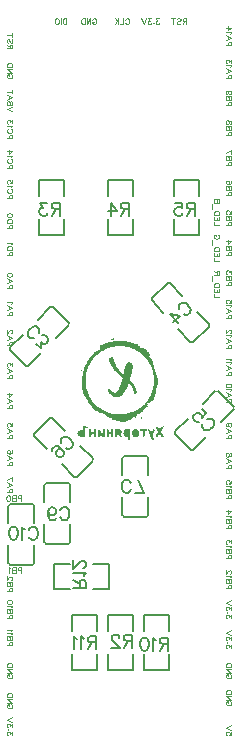
<source format=gbo>
G04 Layer: BottomSilkscreenLayer*
G04 EasyEDA v6.5.23, 2023-04-11 19:59:39*
G04 c99d532640dc4cbf880a73e467a675c2,770f52a9c06342aeb7d9f723a0e8078a,10*
G04 Gerber Generator version 0.2*
G04 Scale: 100 percent, Rotated: No, Reflected: No *
G04 Dimensions in inches *
G04 leading zeros omitted , absolute positions ,3 integer and 6 decimal *
%FSLAX36Y36*%
%MOIN*%

%ADD10C,0.0040*%
%ADD11C,0.0060*%

%LPD*%
G36*
X477920Y-1195640D02*
G01*
X476520Y-1196200D01*
X473900Y-1198340D01*
X472660Y-1198980D01*
X471360Y-1199400D01*
X469040Y-1199660D01*
X468160Y-1199920D01*
X467560Y-1200300D01*
X467340Y-1200760D01*
X467960Y-1202060D01*
X469500Y-1202680D01*
X471520Y-1202560D01*
X473519Y-1201620D01*
X474580Y-1200980D01*
X475700Y-1200560D01*
X476719Y-1200380D01*
X477540Y-1200480D01*
X478900Y-1200480D01*
X479960Y-1199660D01*
X480420Y-1198340D01*
X480060Y-1196880D01*
X479099Y-1195860D01*
G37*
G36*
X492080Y-1204560D02*
G01*
X490920Y-1204700D01*
X490080Y-1204980D01*
X486880Y-1205520D01*
X482600Y-1205960D01*
X477180Y-1206640D01*
X472420Y-1207340D01*
X468140Y-1207820D01*
X464980Y-1208040D01*
X462700Y-1208500D01*
X460020Y-1209160D01*
X454060Y-1211000D01*
X448300Y-1213180D01*
X443780Y-1215280D01*
X439180Y-1217160D01*
X437260Y-1217820D01*
X433300Y-1219000D01*
X433720Y-1233140D01*
X429840Y-1233920D01*
X428160Y-1234420D01*
X426440Y-1235200D01*
X424880Y-1236180D01*
X422640Y-1238200D01*
X421540Y-1239000D01*
X420480Y-1239540D01*
X418900Y-1239860D01*
X418320Y-1240180D01*
X417939Y-1240640D01*
X417620Y-1241740D01*
X417180Y-1242040D01*
X416520Y-1242100D01*
X415700Y-1241900D01*
X414640Y-1241820D01*
X413579Y-1242360D01*
X412500Y-1243560D01*
X410100Y-1247500D01*
X408380Y-1249880D01*
X406380Y-1252300D01*
X403100Y-1255840D01*
X399940Y-1259640D01*
X396400Y-1264260D01*
X392980Y-1269000D01*
X390200Y-1273160D01*
X389200Y-1274800D01*
X388560Y-1276040D01*
X388080Y-1277440D01*
X387420Y-1278620D01*
X385220Y-1281800D01*
X383860Y-1283940D01*
X382520Y-1286699D01*
X381300Y-1289720D01*
X379600Y-1295560D01*
X377740Y-1301260D01*
X376420Y-1304640D01*
X375480Y-1307980D01*
X374620Y-1312240D01*
X373840Y-1317160D01*
X373180Y-1322580D01*
X372640Y-1328300D01*
X372158Y-1336160D01*
X385020Y-1336160D01*
X385040Y-1328340D01*
X385200Y-1322200D01*
X385540Y-1317280D01*
X386079Y-1313080D01*
X386880Y-1309139D01*
X388000Y-1304960D01*
X389580Y-1299940D01*
X391360Y-1295060D01*
X393340Y-1290280D01*
X395520Y-1285640D01*
X397920Y-1281120D01*
X400540Y-1276700D01*
X403380Y-1272400D01*
X406420Y-1268200D01*
X409680Y-1264100D01*
X413180Y-1260080D01*
X416900Y-1256160D01*
X420860Y-1252340D01*
X424620Y-1248960D01*
X428480Y-1245800D01*
X432400Y-1242820D01*
X436440Y-1240060D01*
X440560Y-1237500D01*
X444780Y-1235140D01*
X449099Y-1232960D01*
X453519Y-1230980D01*
X458080Y-1229200D01*
X462740Y-1227600D01*
X467520Y-1226180D01*
X472440Y-1224960D01*
X477480Y-1223920D01*
X482660Y-1223040D01*
X489520Y-1222040D01*
X494640Y-1221460D01*
X496800Y-1221300D01*
X498880Y-1221260D01*
X503120Y-1221480D01*
X508280Y-1222120D01*
X515220Y-1223160D01*
X519980Y-1224000D01*
X524660Y-1225020D01*
X529280Y-1226240D01*
X533820Y-1227660D01*
X538300Y-1229260D01*
X542700Y-1231020D01*
X547020Y-1232980D01*
X551240Y-1235100D01*
X555360Y-1237400D01*
X559400Y-1239860D01*
X563320Y-1242480D01*
X567140Y-1245280D01*
X570840Y-1248220D01*
X574440Y-1251320D01*
X577900Y-1254560D01*
X581240Y-1257960D01*
X584440Y-1261500D01*
X587520Y-1265200D01*
X590440Y-1269020D01*
X593220Y-1272960D01*
X595840Y-1277040D01*
X598320Y-1281260D01*
X600460Y-1285300D01*
X602420Y-1289440D01*
X604200Y-1293660D01*
X605800Y-1297980D01*
X607200Y-1302360D01*
X608440Y-1306819D01*
X609480Y-1311320D01*
X610360Y-1315880D01*
X611040Y-1320460D01*
X611540Y-1325080D01*
X611860Y-1329720D01*
X612000Y-1334379D01*
X611960Y-1339019D01*
X611740Y-1343680D01*
X611320Y-1348300D01*
X610740Y-1352900D01*
X609960Y-1357480D01*
X609000Y-1362020D01*
X607860Y-1366500D01*
X606540Y-1370920D01*
X605040Y-1375260D01*
X603340Y-1379540D01*
X601460Y-1383720D01*
X599400Y-1387820D01*
X596940Y-1392240D01*
X594280Y-1396660D01*
X591460Y-1401000D01*
X588620Y-1405120D01*
X585780Y-1408920D01*
X583080Y-1412260D01*
X580560Y-1415060D01*
X578320Y-1417200D01*
X569640Y-1424360D01*
X565780Y-1427340D01*
X562120Y-1430020D01*
X558620Y-1432400D01*
X555180Y-1434540D01*
X551720Y-1436480D01*
X548180Y-1438280D01*
X544480Y-1439960D01*
X540540Y-1441600D01*
X536280Y-1443220D01*
X518900Y-1449240D01*
X493840Y-1449160D01*
X486780Y-1449040D01*
X481340Y-1448760D01*
X479040Y-1448560D01*
X474940Y-1447940D01*
X470980Y-1447000D01*
X466580Y-1445680D01*
X461740Y-1444040D01*
X456900Y-1442140D01*
X452080Y-1440040D01*
X447320Y-1437720D01*
X442660Y-1435240D01*
X438100Y-1432600D01*
X433680Y-1429800D01*
X429460Y-1426879D01*
X425439Y-1423860D01*
X421659Y-1420760D01*
X418140Y-1417580D01*
X414920Y-1414340D01*
X412299Y-1411360D01*
X409440Y-1407760D01*
X406480Y-1403740D01*
X403519Y-1399480D01*
X400700Y-1395140D01*
X398140Y-1390940D01*
X395959Y-1387060D01*
X394300Y-1383660D01*
X392200Y-1378779D01*
X390420Y-1374300D01*
X388960Y-1370060D01*
X387760Y-1365920D01*
X386820Y-1361780D01*
X386120Y-1357500D01*
X385600Y-1352920D01*
X385260Y-1347920D01*
X385080Y-1342380D01*
X385020Y-1336160D01*
X372158Y-1336160D01*
X372040Y-1339760D01*
X372000Y-1345140D01*
X372180Y-1350000D01*
X372760Y-1356300D01*
X373620Y-1363620D01*
X374540Y-1369740D01*
X375500Y-1374640D01*
X376500Y-1378340D01*
X377020Y-1379720D01*
X377560Y-1380800D01*
X378640Y-1382300D01*
X380379Y-1385140D01*
X385680Y-1394700D01*
X388260Y-1399560D01*
X390660Y-1403680D01*
X393340Y-1407820D01*
X396240Y-1411960D01*
X399340Y-1416040D01*
X402600Y-1420040D01*
X406000Y-1423920D01*
X409500Y-1427640D01*
X413060Y-1431140D01*
X416680Y-1434440D01*
X420280Y-1437440D01*
X423840Y-1440140D01*
X430400Y-1444480D01*
X433240Y-1445940D01*
X434880Y-1446000D01*
X436060Y-1444920D01*
X436780Y-1444079D01*
X437340Y-1443700D01*
X437700Y-1443779D01*
X438080Y-1444960D01*
X438680Y-1445500D01*
X439560Y-1445860D01*
X440640Y-1445980D01*
X441880Y-1446240D01*
X443540Y-1446920D01*
X445500Y-1447940D01*
X447600Y-1449199D01*
X449660Y-1450600D01*
X451560Y-1452040D01*
X453120Y-1453420D01*
X454219Y-1454660D01*
X454460Y-1455240D01*
X454400Y-1455880D01*
X454099Y-1456480D01*
X452879Y-1457460D01*
X452680Y-1457780D01*
X452939Y-1457960D01*
X454300Y-1458140D01*
X454680Y-1458440D01*
X454799Y-1458860D01*
X454400Y-1459900D01*
X454440Y-1460320D01*
X454680Y-1460620D01*
X455140Y-1460720D01*
X455760Y-1460540D01*
X456460Y-1460060D01*
X457160Y-1459340D01*
X458500Y-1457300D01*
X459159Y-1456900D01*
X459960Y-1457260D01*
X461180Y-1458380D01*
X462000Y-1459340D01*
X462700Y-1460360D01*
X463160Y-1461339D01*
X463320Y-1462120D01*
X463600Y-1462740D01*
X464360Y-1463140D01*
X465600Y-1463260D01*
X469260Y-1462960D01*
X470580Y-1463240D01*
X471400Y-1464060D01*
X471940Y-1465540D01*
X472680Y-1467120D01*
X474320Y-1468260D01*
X477360Y-1469199D01*
X482340Y-1470140D01*
X490060Y-1471300D01*
X496260Y-1471860D01*
X497239Y-1472120D01*
X497900Y-1472480D01*
X498140Y-1472940D01*
X498940Y-1473400D01*
X501079Y-1473760D01*
X504240Y-1474019D01*
X508120Y-1474120D01*
X513640Y-1473959D01*
X515880Y-1473720D01*
X517939Y-1473320D01*
X519980Y-1472740D01*
X522120Y-1471920D01*
X527260Y-1469520D01*
X531220Y-1467340D01*
X535220Y-1464860D01*
X538800Y-1462360D01*
X541500Y-1460140D01*
X543540Y-1458280D01*
X545360Y-1456759D01*
X546780Y-1455740D01*
X547580Y-1455360D01*
X548100Y-1455640D01*
X548760Y-1456360D01*
X549480Y-1457460D01*
X550160Y-1458779D01*
X551600Y-1460980D01*
X552820Y-1461420D01*
X553540Y-1460240D01*
X553320Y-1455800D01*
X553620Y-1454019D01*
X554260Y-1452300D01*
X555200Y-1450720D01*
X556380Y-1449360D01*
X557740Y-1448280D01*
X559220Y-1447580D01*
X562560Y-1446980D01*
X564800Y-1446060D01*
X567260Y-1444700D01*
X569740Y-1443060D01*
X572060Y-1441279D01*
X573980Y-1439520D01*
X575300Y-1437920D01*
X575820Y-1436620D01*
X576280Y-1434920D01*
X577380Y-1433040D01*
X578960Y-1431140D01*
X580820Y-1429360D01*
X582820Y-1427860D01*
X584740Y-1426780D01*
X586440Y-1426260D01*
X588340Y-1426540D01*
X589200Y-1426220D01*
X590180Y-1425580D01*
X591140Y-1424640D01*
X593440Y-1422120D01*
X589760Y-1421320D01*
X589420Y-1420780D01*
X590020Y-1419820D01*
X593540Y-1415980D01*
X594500Y-1414460D01*
X594280Y-1414019D01*
X592780Y-1415020D01*
X591480Y-1415720D01*
X590340Y-1415680D01*
X589520Y-1415000D01*
X589220Y-1413720D01*
X589580Y-1413220D01*
X590600Y-1412560D01*
X592080Y-1411840D01*
X595720Y-1410480D01*
X597220Y-1409740D01*
X598220Y-1409060D01*
X598960Y-1407920D01*
X599960Y-1407240D01*
X601460Y-1406500D01*
X607600Y-1404220D01*
X607960Y-1403980D01*
X614140Y-1388600D01*
X615620Y-1384259D01*
X617100Y-1379520D01*
X618540Y-1374460D01*
X619920Y-1369240D01*
X622380Y-1358760D01*
X623380Y-1353760D01*
X624220Y-1349060D01*
X624840Y-1344800D01*
X625220Y-1341100D01*
X625340Y-1338100D01*
X625260Y-1336519D01*
X624600Y-1332220D01*
X623440Y-1326800D01*
X621920Y-1320780D01*
X620160Y-1314600D01*
X618320Y-1308779D01*
X616520Y-1303779D01*
X614920Y-1300120D01*
X611780Y-1295020D01*
X610620Y-1292080D01*
X610660Y-1289600D01*
X611740Y-1286980D01*
X612520Y-1285440D01*
X612720Y-1284660D01*
X612260Y-1284500D01*
X611140Y-1284860D01*
X610000Y-1285100D01*
X609420Y-1284480D01*
X609320Y-1282700D01*
X609860Y-1275920D01*
X609460Y-1273220D01*
X608160Y-1270580D01*
X605740Y-1267180D01*
X603860Y-1264840D01*
X602120Y-1262940D01*
X600720Y-1261640D01*
X599880Y-1261160D01*
X599380Y-1261000D01*
X598960Y-1260560D01*
X598700Y-1259900D01*
X598480Y-1258340D01*
X598200Y-1257840D01*
X597780Y-1257660D01*
X596180Y-1258020D01*
X595980Y-1257000D01*
X596600Y-1255040D01*
X599000Y-1250860D01*
X599360Y-1249720D01*
X599100Y-1248920D01*
X597440Y-1247600D01*
X596680Y-1246740D01*
X596000Y-1245760D01*
X595020Y-1243860D01*
X594300Y-1243100D01*
X593480Y-1242600D01*
X591820Y-1242300D01*
X591160Y-1242000D01*
X590720Y-1241540D01*
X590280Y-1240080D01*
X589560Y-1238660D01*
X588460Y-1236940D01*
X587140Y-1235080D01*
X585120Y-1232760D01*
X583060Y-1231260D01*
X580440Y-1230340D01*
X576760Y-1229720D01*
X570700Y-1228840D01*
X567160Y-1227920D01*
X565520Y-1226740D01*
X564900Y-1223980D01*
X564320Y-1223000D01*
X563480Y-1222180D01*
X561400Y-1221120D01*
X560540Y-1220300D01*
X559960Y-1219300D01*
X559520Y-1217080D01*
X558840Y-1216120D01*
X557680Y-1215400D01*
X556080Y-1214900D01*
X537900Y-1210620D01*
X534180Y-1209960D01*
X531340Y-1209640D01*
X528500Y-1209800D01*
X526480Y-1209420D01*
X524020Y-1208680D01*
X518640Y-1206580D01*
X516019Y-1205800D01*
X513780Y-1205380D01*
X512220Y-1205400D01*
X510500Y-1205560D01*
X507760Y-1205560D01*
X504420Y-1205380D01*
X497360Y-1204740D01*
X494320Y-1204560D01*
G37*
G36*
X471480Y-1259080D02*
G01*
X468420Y-1259480D01*
X465700Y-1260460D01*
X463840Y-1261920D01*
X463380Y-1262800D01*
X463100Y-1263940D01*
X462980Y-1265340D01*
X463060Y-1266980D01*
X463280Y-1268820D01*
X463660Y-1270840D01*
X464900Y-1275300D01*
X465720Y-1277700D01*
X467800Y-1282720D01*
X469739Y-1286620D01*
X471599Y-1289600D01*
X473980Y-1292940D01*
X476820Y-1296540D01*
X480040Y-1300360D01*
X483640Y-1304319D01*
X487500Y-1308380D01*
X491599Y-1312480D01*
X495900Y-1316540D01*
X500300Y-1320480D01*
X508900Y-1327840D01*
X503620Y-1343600D01*
X501320Y-1349720D01*
X498900Y-1355400D01*
X496440Y-1360560D01*
X493940Y-1365140D01*
X491440Y-1369100D01*
X490200Y-1370840D01*
X487780Y-1373740D01*
X486599Y-1374920D01*
X485460Y-1375900D01*
X484340Y-1376660D01*
X483260Y-1377220D01*
X482220Y-1377580D01*
X481220Y-1377680D01*
X479960Y-1377560D01*
X478640Y-1377180D01*
X477220Y-1376560D01*
X475700Y-1375660D01*
X474099Y-1374500D01*
X472380Y-1373060D01*
X470540Y-1371360D01*
X466640Y-1367520D01*
X464840Y-1366100D01*
X463180Y-1365140D01*
X461719Y-1364660D01*
X460460Y-1364640D01*
X459440Y-1365100D01*
X458660Y-1366040D01*
X458200Y-1367460D01*
X458220Y-1368500D01*
X458620Y-1369860D01*
X459340Y-1371519D01*
X460340Y-1373360D01*
X461560Y-1375360D01*
X462960Y-1377440D01*
X466120Y-1381560D01*
X467800Y-1383480D01*
X469460Y-1385220D01*
X471079Y-1386699D01*
X472600Y-1387880D01*
X474680Y-1389199D01*
X476740Y-1390320D01*
X478800Y-1391240D01*
X480840Y-1391980D01*
X482879Y-1392520D01*
X484900Y-1392860D01*
X486920Y-1393020D01*
X488940Y-1392980D01*
X490940Y-1392740D01*
X492939Y-1392300D01*
X494920Y-1391680D01*
X496880Y-1390860D01*
X498840Y-1389860D01*
X500780Y-1388660D01*
X502720Y-1387260D01*
X504640Y-1385660D01*
X506540Y-1383880D01*
X508440Y-1381920D01*
X510319Y-1379740D01*
X512180Y-1377380D01*
X513420Y-1375660D01*
X516200Y-1371240D01*
X519159Y-1366020D01*
X522000Y-1360580D01*
X524420Y-1355440D01*
X526140Y-1351220D01*
X526640Y-1349620D01*
X527660Y-1347440D01*
X529180Y-1347260D01*
X531440Y-1349160D01*
X534680Y-1353240D01*
X538600Y-1358880D01*
X540040Y-1361240D01*
X541220Y-1363440D01*
X542180Y-1365580D01*
X542980Y-1367800D01*
X543680Y-1370200D01*
X545040Y-1375520D01*
X545860Y-1377680D01*
X546760Y-1379340D01*
X547740Y-1380540D01*
X548800Y-1381240D01*
X549940Y-1381459D01*
X551140Y-1381160D01*
X552380Y-1380360D01*
X553060Y-1379620D01*
X553560Y-1378640D01*
X553880Y-1377460D01*
X554020Y-1376080D01*
X554000Y-1374540D01*
X553840Y-1372840D01*
X553520Y-1371000D01*
X553060Y-1369040D01*
X552460Y-1366980D01*
X550860Y-1362580D01*
X549880Y-1360280D01*
X547580Y-1355600D01*
X544880Y-1350880D01*
X541800Y-1346279D01*
X540160Y-1344060D01*
X531880Y-1334079D01*
X536000Y-1318660D01*
X537620Y-1312040D01*
X538980Y-1305780D01*
X540080Y-1300040D01*
X540880Y-1294920D01*
X541380Y-1290540D01*
X541540Y-1287020D01*
X541500Y-1285620D01*
X541360Y-1284480D01*
X541140Y-1283640D01*
X539840Y-1281260D01*
X538000Y-1279280D01*
X535720Y-1277720D01*
X533160Y-1276640D01*
X530440Y-1276080D01*
X527700Y-1276080D01*
X525060Y-1276680D01*
X522660Y-1277920D01*
X521860Y-1278540D01*
X521140Y-1279260D01*
X520480Y-1280120D01*
X519860Y-1281180D01*
X519260Y-1282460D01*
X518120Y-1285920D01*
X516920Y-1290820D01*
X513720Y-1306780D01*
X512620Y-1310940D01*
X511640Y-1313720D01*
X510860Y-1314740D01*
X510200Y-1314540D01*
X509260Y-1313980D01*
X506719Y-1311920D01*
X503480Y-1308839D01*
X499860Y-1305060D01*
X496120Y-1300880D01*
X492560Y-1296600D01*
X489440Y-1292540D01*
X488120Y-1290680D01*
X485940Y-1287120D01*
X483980Y-1283400D01*
X482260Y-1279600D01*
X480740Y-1275560D01*
X479380Y-1271180D01*
X477500Y-1263600D01*
X477020Y-1262160D01*
X476260Y-1260900D01*
X475340Y-1259920D01*
X474380Y-1259380D01*
G37*
G36*
X369580Y-1302680D02*
G01*
X369060Y-1302800D01*
X368620Y-1303080D01*
X368340Y-1303500D01*
X368240Y-1304019D01*
X368340Y-1304540D01*
X368620Y-1304980D01*
X369060Y-1305260D01*
X369580Y-1305360D01*
X370100Y-1305260D01*
X370520Y-1304980D01*
X370800Y-1304540D01*
X370920Y-1304019D01*
X370800Y-1303500D01*
X370520Y-1303080D01*
X370100Y-1302800D01*
G37*
G36*
X654840Y-1329480D02*
G01*
X654320Y-1329640D01*
X653900Y-1330080D01*
X653600Y-1330740D01*
X653500Y-1331560D01*
X653600Y-1332300D01*
X653900Y-1332800D01*
X654320Y-1332980D01*
X654840Y-1332820D01*
X655360Y-1332400D01*
X655780Y-1331860D01*
X656080Y-1331279D01*
X656180Y-1330740D01*
X656080Y-1330240D01*
X655780Y-1329840D01*
X655360Y-1329580D01*
G37*
G36*
X570120Y-1458660D02*
G01*
X569620Y-1458760D01*
X569000Y-1459540D01*
X568120Y-1461600D01*
X567840Y-1463740D01*
X568160Y-1465400D01*
X569060Y-1466080D01*
X570380Y-1465640D01*
X571200Y-1464440D01*
X571460Y-1462680D01*
X571080Y-1460540D01*
X570580Y-1459220D01*
G37*
G36*
X621220Y-1490180D02*
G01*
X618480Y-1490360D01*
X617640Y-1490560D01*
X617340Y-1490800D01*
X618580Y-1493320D01*
X623200Y-1501360D01*
X624540Y-1503899D01*
X625440Y-1505840D01*
X625780Y-1506920D01*
X625440Y-1508000D01*
X624540Y-1509960D01*
X623200Y-1512500D01*
X618660Y-1520480D01*
X617900Y-1522180D01*
X617600Y-1523400D01*
X617740Y-1524220D01*
X618320Y-1524700D01*
X619320Y-1524940D01*
X620760Y-1525000D01*
X622440Y-1524780D01*
X623900Y-1524040D01*
X625220Y-1522760D01*
X626440Y-1520880D01*
X629300Y-1515960D01*
X630280Y-1514660D01*
X631120Y-1514100D01*
X631900Y-1514280D01*
X632700Y-1515140D01*
X633660Y-1516660D01*
X636620Y-1521940D01*
X638180Y-1523820D01*
X639800Y-1524760D01*
X641780Y-1525000D01*
X643220Y-1524940D01*
X644380Y-1524780D01*
X645180Y-1524540D01*
X645460Y-1524220D01*
X645080Y-1523280D01*
X642500Y-1518460D01*
X635780Y-1506920D01*
X645740Y-1490180D01*
X641620Y-1490180D01*
X639520Y-1490380D01*
X637940Y-1491000D01*
X636640Y-1492220D01*
X633440Y-1497480D01*
X631700Y-1498720D01*
X629980Y-1497860D01*
X626380Y-1492640D01*
X624900Y-1491180D01*
X623240Y-1490400D01*
G37*
G36*
X374940Y-1490180D02*
G01*
X374940Y-1501900D01*
X368860Y-1502580D01*
X366460Y-1502960D01*
X364340Y-1503520D01*
X362460Y-1504280D01*
X360860Y-1505240D01*
X359500Y-1506380D01*
X358400Y-1507720D01*
X357560Y-1509240D01*
X356980Y-1510940D01*
X356640Y-1513020D01*
X356719Y-1514980D01*
X357180Y-1516800D01*
X358000Y-1518480D01*
X359180Y-1519980D01*
X360660Y-1521320D01*
X362460Y-1522460D01*
X364560Y-1523380D01*
X366900Y-1524079D01*
X369520Y-1524560D01*
X372340Y-1524780D01*
X375379Y-1524740D01*
X382299Y-1524340D01*
X383060Y-1495540D01*
X387700Y-1495540D01*
X390000Y-1495420D01*
X391420Y-1495020D01*
X392140Y-1494199D01*
X392340Y-1492860D01*
X392080Y-1491440D01*
X390920Y-1490620D01*
X388300Y-1490260D01*
X383640Y-1490180D01*
G37*
G36*
X550680Y-1498380D02*
G01*
X550180Y-1498460D01*
X545820Y-1500080D01*
X543980Y-1501080D01*
X542380Y-1502420D01*
X541060Y-1504040D01*
X540040Y-1505940D01*
X539300Y-1508020D01*
X538900Y-1510300D01*
X538840Y-1512720D01*
X539140Y-1515220D01*
X539760Y-1517440D01*
X540740Y-1519400D01*
X542020Y-1521100D01*
X543560Y-1522500D01*
X545280Y-1523600D01*
X547160Y-1524379D01*
X549160Y-1524820D01*
X551200Y-1524920D01*
X553240Y-1524640D01*
X555240Y-1523980D01*
X557140Y-1522940D01*
X558900Y-1521480D01*
X560420Y-1519620D01*
X561540Y-1517580D01*
X562280Y-1515380D01*
X562640Y-1513100D01*
X562640Y-1510800D01*
X562300Y-1508560D01*
X561620Y-1506399D01*
X560620Y-1504400D01*
X559320Y-1502620D01*
X557720Y-1501100D01*
X555860Y-1499940D01*
X553720Y-1499180D01*
G37*
G36*
X520860Y-1499019D02*
G01*
X519799Y-1499060D01*
X518420Y-1499319D01*
X516880Y-1499760D01*
X515420Y-1500460D01*
X514099Y-1501459D01*
X512980Y-1502720D01*
X512040Y-1504199D01*
X511300Y-1505880D01*
X510760Y-1507700D01*
X510420Y-1509620D01*
X510319Y-1511639D01*
X510420Y-1513680D01*
X510780Y-1515740D01*
X511380Y-1517760D01*
X512239Y-1519700D01*
X513240Y-1521260D01*
X514500Y-1522560D01*
X515940Y-1523600D01*
X517500Y-1524319D01*
X519120Y-1524740D01*
X520760Y-1524800D01*
X522320Y-1524520D01*
X525140Y-1523180D01*
X525880Y-1523480D01*
X526200Y-1525100D01*
X526360Y-1531620D01*
X526800Y-1533440D01*
X527800Y-1534220D01*
X529620Y-1534379D01*
X532960Y-1534379D01*
X532960Y-1499580D01*
X525460Y-1499820D01*
X523600Y-1499700D01*
X522200Y-1499500D01*
G37*
G36*
X611480Y-1499560D02*
G01*
X609900Y-1499780D01*
X608640Y-1500520D01*
X607600Y-1501860D01*
X606660Y-1503920D01*
X604440Y-1509740D01*
X603720Y-1511279D01*
X603160Y-1511980D01*
X602680Y-1511840D01*
X602200Y-1510920D01*
X600980Y-1506920D01*
X599820Y-1503440D01*
X598680Y-1501339D01*
X597260Y-1500260D01*
X595260Y-1499780D01*
X593460Y-1499580D01*
X592840Y-1499620D01*
X592420Y-1499860D01*
X592220Y-1500360D01*
X592260Y-1501200D01*
X592520Y-1502480D01*
X593800Y-1506540D01*
X599480Y-1522300D01*
X601060Y-1526060D01*
X602520Y-1529040D01*
X603920Y-1531240D01*
X605300Y-1532800D01*
X606740Y-1533740D01*
X608280Y-1534139D01*
X609960Y-1534100D01*
X612040Y-1533120D01*
X613020Y-1531360D01*
X612740Y-1529480D01*
X611080Y-1528120D01*
X609560Y-1527460D01*
X608440Y-1526720D01*
X607680Y-1525820D01*
X607320Y-1524700D01*
X607300Y-1523240D01*
X607640Y-1521420D01*
X608320Y-1519120D01*
X610300Y-1513420D01*
X610620Y-1512300D01*
X613400Y-1505260D01*
X614500Y-1501879D01*
X614660Y-1500940D01*
X614420Y-1500400D01*
X613720Y-1499960D01*
X612720Y-1499680D01*
G37*
G36*
X566440Y-1499560D02*
G01*
X566440Y-1502240D01*
X566640Y-1503540D01*
X567280Y-1504360D01*
X568520Y-1504800D01*
X570460Y-1504920D01*
X574480Y-1504920D01*
X574480Y-1525200D01*
X577500Y-1524760D01*
X579140Y-1524259D01*
X580100Y-1522900D01*
X580620Y-1519920D01*
X581300Y-1504920D01*
X585260Y-1504920D01*
X587180Y-1504800D01*
X588380Y-1504360D01*
X589040Y-1503540D01*
X589220Y-1502240D01*
X589220Y-1499560D01*
G37*
G36*
X483420Y-1499560D02*
G01*
X483420Y-1525000D01*
X486760Y-1525000D01*
X488420Y-1524860D01*
X489440Y-1524340D01*
X489960Y-1523320D01*
X490260Y-1520100D01*
X490720Y-1519060D01*
X491520Y-1518500D01*
X492760Y-1518320D01*
X493960Y-1518580D01*
X495280Y-1519300D01*
X496540Y-1520360D01*
X498740Y-1523040D01*
X500080Y-1524100D01*
X501540Y-1524780D01*
X503020Y-1525000D01*
X506240Y-1525000D01*
X503560Y-1519780D01*
X502239Y-1516980D01*
X501700Y-1515180D01*
X501940Y-1513959D01*
X502879Y-1512920D01*
X504340Y-1510720D01*
X504760Y-1507780D01*
X504200Y-1504680D01*
X502620Y-1502020D01*
X501160Y-1500840D01*
X499080Y-1500080D01*
X496100Y-1499680D01*
X491920Y-1499560D01*
G37*
G36*
X453940Y-1499560D02*
G01*
X453940Y-1525000D01*
X457220Y-1525000D01*
X458920Y-1524820D01*
X459980Y-1524120D01*
X460560Y-1522600D01*
X461240Y-1517360D01*
X461880Y-1515780D01*
X463020Y-1514940D01*
X464920Y-1514540D01*
X466880Y-1514460D01*
X468020Y-1515000D01*
X468600Y-1516480D01*
X469260Y-1521900D01*
X469860Y-1523460D01*
X470940Y-1524160D01*
X472700Y-1524340D01*
X476040Y-1524340D01*
X476820Y-1499560D01*
X468680Y-1499560D01*
X468680Y-1508940D01*
X460640Y-1508940D01*
X460640Y-1504240D01*
X460540Y-1501780D01*
X460080Y-1500360D01*
X459060Y-1499720D01*
X457299Y-1499560D01*
G37*
G36*
X440560Y-1499560D02*
G01*
X440560Y-1514960D01*
X436659Y-1507600D01*
X434540Y-1503860D01*
X432819Y-1501620D01*
X431140Y-1500520D01*
X429159Y-1500240D01*
X425560Y-1500240D01*
X425760Y-1523760D01*
X426019Y-1524280D01*
X426700Y-1524640D01*
X427660Y-1524820D01*
X428840Y-1524760D01*
X430400Y-1524300D01*
X431420Y-1523200D01*
X432060Y-1521140D01*
X432520Y-1517720D01*
X433200Y-1511100D01*
X436960Y-1518060D01*
X438940Y-1521440D01*
X440620Y-1523580D01*
X442220Y-1524680D01*
X443980Y-1525000D01*
X447260Y-1525000D01*
X447260Y-1499560D01*
G37*
G36*
X396360Y-1499560D02*
G01*
X396360Y-1525000D01*
X399620Y-1525000D01*
X401340Y-1524820D01*
X402380Y-1524120D01*
X402980Y-1522600D01*
X403660Y-1517360D01*
X404280Y-1515780D01*
X405439Y-1514940D01*
X407320Y-1514540D01*
X409280Y-1514460D01*
X410420Y-1515000D01*
X411019Y-1516480D01*
X411680Y-1521780D01*
X412280Y-1523420D01*
X413260Y-1524340D01*
X414780Y-1524760D01*
X417780Y-1525200D01*
X417780Y-1499560D01*
X414440Y-1499560D01*
X412680Y-1499720D01*
X411659Y-1500360D01*
X411200Y-1501780D01*
X411100Y-1504240D01*
X411100Y-1508940D01*
X403060Y-1508940D01*
X403060Y-1504240D01*
X402939Y-1501780D01*
X402480Y-1500360D01*
X401460Y-1499720D01*
X399700Y-1499560D01*
G37*
D10*
X140181Y-230000D02*
G01*
X121091Y-230000D01*
X140181Y-230000D02*
G01*
X140181Y-221817D01*
X139272Y-219090D01*
X138364Y-218182D01*
X136545Y-217273D01*
X134726Y-217273D01*
X132908Y-218182D01*
X131999Y-219090D01*
X131091Y-221817D01*
X131091Y-230000D01*
X131091Y-223636D02*
G01*
X121091Y-217273D01*
X137454Y-198544D02*
G01*
X139272Y-200363D01*
X140181Y-203090D01*
X140181Y-206727D01*
X139272Y-209454D01*
X137454Y-211273D01*
X135635Y-211273D01*
X133818Y-210363D01*
X132908Y-209454D01*
X131999Y-207636D01*
X130181Y-202181D01*
X129272Y-200363D01*
X128364Y-199454D01*
X126545Y-198544D01*
X123818Y-198544D01*
X121999Y-200363D01*
X121091Y-203090D01*
X121091Y-206727D01*
X121999Y-209454D01*
X123818Y-211273D01*
X140181Y-186181D02*
G01*
X121091Y-186181D01*
X140181Y-192545D02*
G01*
X140181Y-179818D01*
X135635Y-316363D02*
G01*
X137454Y-317273D01*
X139272Y-319090D01*
X140181Y-320909D01*
X140181Y-324544D01*
X139272Y-326363D01*
X137454Y-328182D01*
X135635Y-329090D01*
X132908Y-330000D01*
X128364Y-330000D01*
X125635Y-329090D01*
X123818Y-328182D01*
X121999Y-326363D01*
X121091Y-324544D01*
X121091Y-320909D01*
X121999Y-319090D01*
X123818Y-317273D01*
X125635Y-316363D01*
X128364Y-316363D01*
X128364Y-320909D02*
G01*
X128364Y-316363D01*
X140181Y-310363D02*
G01*
X121091Y-310363D01*
X140181Y-310363D02*
G01*
X121091Y-297636D01*
X140181Y-297636D02*
G01*
X121091Y-297636D01*
X140181Y-291635D02*
G01*
X121091Y-291635D01*
X140181Y-291635D02*
G01*
X140181Y-285273D01*
X139272Y-282545D01*
X137454Y-280727D01*
X135635Y-279818D01*
X132908Y-278908D01*
X128364Y-278908D01*
X125635Y-279818D01*
X123818Y-280727D01*
X121999Y-282545D01*
X121091Y-285273D01*
X121091Y-291635D01*
X140181Y-440000D02*
G01*
X121091Y-432726D01*
X140181Y-425455D02*
G01*
X121091Y-432726D01*
X140181Y-419454D02*
G01*
X121091Y-419454D01*
X140181Y-419454D02*
G01*
X140181Y-411273D01*
X139272Y-408544D01*
X138364Y-407636D01*
X136545Y-406727D01*
X134726Y-406727D01*
X132908Y-407636D01*
X131999Y-408544D01*
X131091Y-411273D01*
X131091Y-419454D02*
G01*
X131091Y-411273D01*
X130181Y-408544D01*
X129272Y-407636D01*
X127454Y-406727D01*
X124726Y-406727D01*
X122908Y-407636D01*
X121999Y-408544D01*
X121091Y-411273D01*
X121091Y-419454D01*
X140181Y-393454D02*
G01*
X121091Y-400727D01*
X140181Y-393454D02*
G01*
X121091Y-386181D01*
X127454Y-398000D02*
G01*
X127454Y-388908D01*
X140181Y-373818D02*
G01*
X121091Y-373818D01*
X140181Y-380181D02*
G01*
X140181Y-367454D01*
X140181Y-530000D02*
G01*
X121091Y-530000D01*
X140181Y-530000D02*
G01*
X140181Y-521817D01*
X139272Y-519090D01*
X138364Y-518182D01*
X136545Y-517273D01*
X133818Y-517273D01*
X131999Y-518182D01*
X131091Y-519090D01*
X130181Y-521817D01*
X130181Y-530000D01*
X135635Y-497636D02*
G01*
X137454Y-498544D01*
X139272Y-500363D01*
X140181Y-502181D01*
X140181Y-505817D01*
X139272Y-507636D01*
X137454Y-509454D01*
X135635Y-510363D01*
X132908Y-511273D01*
X128364Y-511273D01*
X125635Y-510363D01*
X123818Y-509454D01*
X121999Y-507636D01*
X121091Y-505817D01*
X121091Y-502181D01*
X121999Y-500363D01*
X123818Y-498544D01*
X125635Y-497636D01*
X136545Y-491635D02*
G01*
X137454Y-489818D01*
X140181Y-487091D01*
X121091Y-487091D01*
X140181Y-479272D02*
G01*
X140181Y-469272D01*
X132908Y-474726D01*
X132908Y-471999D01*
X131999Y-470181D01*
X131091Y-469272D01*
X128364Y-468364D01*
X126545Y-468364D01*
X123818Y-469272D01*
X121999Y-471091D01*
X121091Y-473818D01*
X121091Y-476545D01*
X121999Y-479272D01*
X122908Y-480181D01*
X124726Y-481091D01*
X140181Y-630000D02*
G01*
X121091Y-630000D01*
X140181Y-630000D02*
G01*
X140181Y-621817D01*
X139272Y-619090D01*
X138364Y-618182D01*
X136545Y-617273D01*
X133818Y-617273D01*
X131999Y-618182D01*
X131091Y-619090D01*
X130181Y-621817D01*
X130181Y-630000D01*
X135635Y-597636D02*
G01*
X137454Y-598544D01*
X139272Y-600363D01*
X140181Y-602181D01*
X140181Y-605817D01*
X139272Y-607636D01*
X137454Y-609454D01*
X135635Y-610363D01*
X132908Y-611273D01*
X128364Y-611273D01*
X125635Y-610363D01*
X123818Y-609454D01*
X121999Y-607636D01*
X121091Y-605817D01*
X121091Y-602181D01*
X121999Y-600363D01*
X123818Y-598544D01*
X125635Y-597636D01*
X136545Y-591635D02*
G01*
X137454Y-589818D01*
X140181Y-587091D01*
X121091Y-587091D01*
X140181Y-571999D02*
G01*
X127454Y-581091D01*
X127454Y-567454D01*
X140181Y-571999D02*
G01*
X121091Y-571999D01*
X140181Y-730000D02*
G01*
X121091Y-730000D01*
X140181Y-730000D02*
G01*
X140181Y-721817D01*
X139272Y-719090D01*
X138364Y-718182D01*
X136545Y-717273D01*
X133818Y-717273D01*
X131999Y-718182D01*
X131091Y-719090D01*
X130181Y-721817D01*
X130181Y-730000D01*
X135635Y-697636D02*
G01*
X137454Y-698544D01*
X139272Y-700363D01*
X140181Y-702181D01*
X140181Y-705817D01*
X139272Y-707636D01*
X137454Y-709454D01*
X135635Y-710363D01*
X132908Y-711273D01*
X128364Y-711273D01*
X125635Y-710363D01*
X123818Y-709454D01*
X121999Y-707636D01*
X121091Y-705817D01*
X121091Y-702181D01*
X121999Y-700363D01*
X123818Y-698544D01*
X125635Y-697636D01*
X136545Y-691635D02*
G01*
X137454Y-689818D01*
X140181Y-687091D01*
X121091Y-687091D01*
X140181Y-670181D02*
G01*
X140181Y-679272D01*
X131999Y-680181D01*
X132908Y-679272D01*
X133818Y-676545D01*
X133818Y-673818D01*
X132908Y-671091D01*
X131091Y-669272D01*
X128364Y-668364D01*
X126545Y-668364D01*
X123818Y-669272D01*
X121999Y-671091D01*
X121091Y-673818D01*
X121091Y-676545D01*
X121999Y-679272D01*
X122908Y-680181D01*
X124726Y-681091D01*
X140181Y-830000D02*
G01*
X121091Y-830000D01*
X140181Y-830000D02*
G01*
X140181Y-821817D01*
X139272Y-819090D01*
X138364Y-818182D01*
X136545Y-817273D01*
X133818Y-817273D01*
X131999Y-818182D01*
X131091Y-819090D01*
X130181Y-821817D01*
X130181Y-830000D01*
X140181Y-811273D02*
G01*
X121091Y-811273D01*
X140181Y-811273D02*
G01*
X140181Y-804908D01*
X139272Y-802181D01*
X137454Y-800363D01*
X135635Y-799454D01*
X132908Y-798544D01*
X128364Y-798544D01*
X125635Y-799454D01*
X123818Y-800363D01*
X121999Y-802181D01*
X121091Y-804908D01*
X121091Y-811273D01*
X140181Y-787091D02*
G01*
X139272Y-789818D01*
X136545Y-791635D01*
X131999Y-792545D01*
X129272Y-792545D01*
X124726Y-791635D01*
X121999Y-789818D01*
X121091Y-787091D01*
X121091Y-785273D01*
X121999Y-782545D01*
X124726Y-780727D01*
X129272Y-779818D01*
X131999Y-779818D01*
X136545Y-780727D01*
X139272Y-782545D01*
X140181Y-785273D01*
X140181Y-787091D01*
X140181Y-920000D02*
G01*
X121091Y-920000D01*
X140181Y-920000D02*
G01*
X140181Y-911817D01*
X139272Y-909090D01*
X138364Y-908182D01*
X136545Y-907273D01*
X133818Y-907273D01*
X131999Y-908182D01*
X131091Y-909090D01*
X130181Y-911817D01*
X130181Y-920000D01*
X140181Y-901273D02*
G01*
X121091Y-901273D01*
X140181Y-901273D02*
G01*
X140181Y-894908D01*
X139272Y-892181D01*
X137454Y-890363D01*
X135635Y-889454D01*
X132908Y-888544D01*
X128364Y-888544D01*
X125635Y-889454D01*
X123818Y-890363D01*
X121999Y-892181D01*
X121091Y-894908D01*
X121091Y-901273D01*
X136545Y-882545D02*
G01*
X137454Y-880727D01*
X140181Y-878000D01*
X121091Y-878000D01*
X140181Y-1030000D02*
G01*
X121091Y-1030000D01*
X140181Y-1030000D02*
G01*
X140181Y-1021817D01*
X139272Y-1019090D01*
X138364Y-1018182D01*
X136545Y-1017273D01*
X133818Y-1017273D01*
X131999Y-1018182D01*
X131091Y-1019090D01*
X130181Y-1021817D01*
X130181Y-1030000D01*
X140181Y-1004000D02*
G01*
X121091Y-1011273D01*
X140181Y-1004000D02*
G01*
X121091Y-996727D01*
X127454Y-1008544D02*
G01*
X127454Y-999454D01*
X140181Y-985273D02*
G01*
X139272Y-988000D01*
X136545Y-989818D01*
X131999Y-990727D01*
X129272Y-990727D01*
X124726Y-989818D01*
X121999Y-988000D01*
X121091Y-985273D01*
X121091Y-983454D01*
X121999Y-980727D01*
X124726Y-978908D01*
X129272Y-978000D01*
X131999Y-978000D01*
X136545Y-978908D01*
X139272Y-980727D01*
X140181Y-983454D01*
X140181Y-985273D01*
X140181Y-1120000D02*
G01*
X121091Y-1120000D01*
X140181Y-1120000D02*
G01*
X140181Y-1111817D01*
X139272Y-1109090D01*
X138364Y-1108182D01*
X136545Y-1107273D01*
X133818Y-1107273D01*
X131999Y-1108182D01*
X131091Y-1109090D01*
X130181Y-1111817D01*
X130181Y-1120000D01*
X140181Y-1094000D02*
G01*
X121091Y-1101273D01*
X140181Y-1094000D02*
G01*
X121091Y-1086727D01*
X127454Y-1098544D02*
G01*
X127454Y-1089454D01*
X136545Y-1080727D02*
G01*
X137454Y-1078908D01*
X140181Y-1076181D01*
X121091Y-1076181D01*
X140181Y-1220000D02*
G01*
X121091Y-1220000D01*
X140181Y-1220000D02*
G01*
X140181Y-1211817D01*
X139272Y-1209090D01*
X138364Y-1208182D01*
X136545Y-1207273D01*
X133818Y-1207273D01*
X131999Y-1208182D01*
X131091Y-1209090D01*
X130181Y-1211817D01*
X130181Y-1220000D01*
X140181Y-1194000D02*
G01*
X121091Y-1201273D01*
X140181Y-1194000D02*
G01*
X121091Y-1186727D01*
X127454Y-1198544D02*
G01*
X127454Y-1189454D01*
X135635Y-1179818D02*
G01*
X136545Y-1179818D01*
X138364Y-1178908D01*
X139272Y-1178000D01*
X140181Y-1176181D01*
X140181Y-1172545D01*
X139272Y-1170727D01*
X138364Y-1169818D01*
X136545Y-1168908D01*
X134726Y-1168908D01*
X132908Y-1169818D01*
X130181Y-1171635D01*
X121091Y-1180727D01*
X121091Y-1168000D01*
X140181Y-1330000D02*
G01*
X121091Y-1330000D01*
X140181Y-1330000D02*
G01*
X140181Y-1321817D01*
X139272Y-1319090D01*
X138364Y-1318182D01*
X136545Y-1317273D01*
X133818Y-1317273D01*
X131999Y-1318182D01*
X131091Y-1319090D01*
X130181Y-1321817D01*
X130181Y-1330000D01*
X140181Y-1304000D02*
G01*
X121091Y-1311273D01*
X140181Y-1304000D02*
G01*
X121091Y-1296727D01*
X127454Y-1308544D02*
G01*
X127454Y-1299454D01*
X140181Y-1288908D02*
G01*
X140181Y-1278908D01*
X132908Y-1284364D01*
X132908Y-1281635D01*
X131999Y-1279818D01*
X131091Y-1278908D01*
X128364Y-1278000D01*
X126545Y-1278000D01*
X123818Y-1278908D01*
X121999Y-1280727D01*
X121091Y-1283454D01*
X121091Y-1286181D01*
X121999Y-1288908D01*
X122908Y-1289818D01*
X124726Y-1290727D01*
X140181Y-1430000D02*
G01*
X121091Y-1430000D01*
X140181Y-1430000D02*
G01*
X140181Y-1421817D01*
X139272Y-1419090D01*
X138364Y-1418182D01*
X136545Y-1417273D01*
X133818Y-1417273D01*
X131999Y-1418182D01*
X131091Y-1419090D01*
X130181Y-1421817D01*
X130181Y-1430000D01*
X140181Y-1404000D02*
G01*
X121091Y-1411273D01*
X140181Y-1404000D02*
G01*
X121091Y-1396727D01*
X127454Y-1408544D02*
G01*
X127454Y-1399454D01*
X140181Y-1381635D02*
G01*
X127454Y-1390727D01*
X127454Y-1377091D01*
X140181Y-1381635D02*
G01*
X121091Y-1381635D01*
X140181Y-1530000D02*
G01*
X121091Y-1530000D01*
X140181Y-1530000D02*
G01*
X140181Y-1521817D01*
X139272Y-1519090D01*
X138364Y-1518182D01*
X136545Y-1517273D01*
X133818Y-1517273D01*
X131999Y-1518182D01*
X131091Y-1519090D01*
X130181Y-1521817D01*
X130181Y-1530000D01*
X140181Y-1504000D02*
G01*
X121091Y-1511273D01*
X140181Y-1504000D02*
G01*
X121091Y-1496727D01*
X127454Y-1508544D02*
G01*
X127454Y-1499454D01*
X140181Y-1479818D02*
G01*
X140181Y-1488908D01*
X131999Y-1489818D01*
X132908Y-1488908D01*
X133818Y-1486181D01*
X133818Y-1483454D01*
X132908Y-1480727D01*
X131091Y-1478908D01*
X128364Y-1478000D01*
X126545Y-1478000D01*
X123818Y-1478908D01*
X121999Y-1480727D01*
X121091Y-1483454D01*
X121091Y-1486181D01*
X121999Y-1488908D01*
X122908Y-1489818D01*
X124726Y-1490727D01*
X140181Y-1620000D02*
G01*
X121091Y-1620000D01*
X140181Y-1620000D02*
G01*
X140181Y-1611817D01*
X139272Y-1609090D01*
X138364Y-1608182D01*
X136545Y-1607273D01*
X133818Y-1607273D01*
X131999Y-1608182D01*
X131091Y-1609090D01*
X130181Y-1611817D01*
X130181Y-1620000D01*
X140181Y-1594000D02*
G01*
X121091Y-1601273D01*
X140181Y-1594000D02*
G01*
X121091Y-1586727D01*
X127454Y-1598544D02*
G01*
X127454Y-1589454D01*
X137454Y-1569818D02*
G01*
X139272Y-1570727D01*
X140181Y-1573454D01*
X140181Y-1575273D01*
X139272Y-1578000D01*
X136545Y-1579818D01*
X131999Y-1580727D01*
X127454Y-1580727D01*
X123818Y-1579818D01*
X121999Y-1578000D01*
X121091Y-1575273D01*
X121091Y-1574364D01*
X121999Y-1571635D01*
X123818Y-1569818D01*
X126545Y-1568908D01*
X127454Y-1568908D01*
X130181Y-1569818D01*
X131999Y-1571635D01*
X132908Y-1574364D01*
X132908Y-1575273D01*
X131999Y-1578000D01*
X130181Y-1579818D01*
X127454Y-1580727D01*
X140181Y-1710000D02*
G01*
X121091Y-1710000D01*
X140181Y-1710000D02*
G01*
X140181Y-1701817D01*
X139272Y-1699090D01*
X138364Y-1698182D01*
X136545Y-1697273D01*
X133818Y-1697273D01*
X131999Y-1698182D01*
X131091Y-1699090D01*
X130181Y-1701817D01*
X130181Y-1710000D01*
X140181Y-1684000D02*
G01*
X121091Y-1691273D01*
X140181Y-1684000D02*
G01*
X121091Y-1676727D01*
X127454Y-1688544D02*
G01*
X127454Y-1679454D01*
X140181Y-1658000D02*
G01*
X121091Y-1667091D01*
X140181Y-1670727D02*
G01*
X140181Y-1658000D01*
X170000Y-1719818D02*
G01*
X170000Y-1738908D01*
X170000Y-1719818D02*
G01*
X161817Y-1719818D01*
X159090Y-1720727D01*
X158182Y-1721635D01*
X157273Y-1723454D01*
X157273Y-1726181D01*
X158182Y-1728000D01*
X159090Y-1728908D01*
X161817Y-1729818D01*
X170000Y-1729818D01*
X151273Y-1719818D02*
G01*
X151273Y-1738908D01*
X151273Y-1719818D02*
G01*
X143090Y-1719818D01*
X140363Y-1720727D01*
X139454Y-1721635D01*
X138544Y-1723454D01*
X138544Y-1725273D01*
X139454Y-1727091D01*
X140363Y-1728000D01*
X143090Y-1728908D01*
X151273Y-1728908D02*
G01*
X143090Y-1728908D01*
X140363Y-1729818D01*
X139454Y-1730727D01*
X138544Y-1732545D01*
X138544Y-1735273D01*
X139454Y-1737091D01*
X140363Y-1738000D01*
X143090Y-1738908D01*
X151273Y-1738908D01*
X127091Y-1719818D02*
G01*
X129818Y-1720727D01*
X131635Y-1723454D01*
X132545Y-1728000D01*
X132545Y-1730727D01*
X131635Y-1735273D01*
X129818Y-1738000D01*
X127091Y-1738908D01*
X125273Y-1738908D01*
X122545Y-1738000D01*
X120727Y-1735273D01*
X119818Y-1730727D01*
X119818Y-1728000D01*
X120727Y-1723454D01*
X122545Y-1720727D01*
X125273Y-1719818D01*
X127091Y-1719818D01*
X170000Y-1959818D02*
G01*
X170000Y-1978908D01*
X170000Y-1959818D02*
G01*
X161817Y-1959818D01*
X159090Y-1960727D01*
X158182Y-1961635D01*
X157273Y-1963454D01*
X157273Y-1966181D01*
X158182Y-1968000D01*
X159090Y-1968908D01*
X161817Y-1969818D01*
X170000Y-1969818D01*
X151273Y-1959818D02*
G01*
X151273Y-1978908D01*
X151273Y-1959818D02*
G01*
X143090Y-1959818D01*
X140363Y-1960727D01*
X139454Y-1961635D01*
X138544Y-1963454D01*
X138544Y-1965273D01*
X139454Y-1967091D01*
X140363Y-1968000D01*
X143090Y-1968908D01*
X151273Y-1968908D02*
G01*
X143090Y-1968908D01*
X140363Y-1969818D01*
X139454Y-1970727D01*
X138544Y-1972545D01*
X138544Y-1975273D01*
X139454Y-1977091D01*
X140363Y-1978000D01*
X143090Y-1978908D01*
X151273Y-1978908D01*
X132545Y-1963454D02*
G01*
X130727Y-1962545D01*
X128000Y-1959818D01*
X128000Y-1978908D01*
X140181Y-2040000D02*
G01*
X121091Y-2040000D01*
X140181Y-2040000D02*
G01*
X140181Y-2031817D01*
X139272Y-2029090D01*
X138364Y-2028182D01*
X136545Y-2027273D01*
X133818Y-2027273D01*
X131999Y-2028182D01*
X131091Y-2029090D01*
X130181Y-2031817D01*
X130181Y-2040000D01*
X140181Y-2021273D02*
G01*
X121091Y-2021273D01*
X140181Y-2021273D02*
G01*
X140181Y-2013090D01*
X139272Y-2010363D01*
X138364Y-2009454D01*
X136545Y-2008544D01*
X134726Y-2008544D01*
X132908Y-2009454D01*
X131999Y-2010363D01*
X131091Y-2013090D01*
X131091Y-2021273D02*
G01*
X131091Y-2013090D01*
X130181Y-2010363D01*
X129272Y-2009454D01*
X127454Y-2008544D01*
X124726Y-2008544D01*
X122908Y-2009454D01*
X121999Y-2010363D01*
X121091Y-2013090D01*
X121091Y-2021273D01*
X135635Y-2001635D02*
G01*
X136545Y-2001635D01*
X138364Y-2000727D01*
X139272Y-1999818D01*
X140181Y-1998000D01*
X140181Y-1994364D01*
X139272Y-1992545D01*
X138364Y-1991635D01*
X136545Y-1990727D01*
X134726Y-1990727D01*
X132908Y-1991635D01*
X130181Y-1993454D01*
X121091Y-2002545D01*
X121091Y-1989818D01*
X140181Y-2130000D02*
G01*
X121091Y-2130000D01*
X140181Y-2130000D02*
G01*
X140181Y-2121817D01*
X139272Y-2119090D01*
X138364Y-2118182D01*
X136545Y-2117273D01*
X133818Y-2117273D01*
X131999Y-2118182D01*
X131091Y-2119090D01*
X130181Y-2121817D01*
X130181Y-2130000D01*
X140181Y-2111273D02*
G01*
X121091Y-2111273D01*
X140181Y-2111273D02*
G01*
X140181Y-2103090D01*
X139272Y-2100363D01*
X138364Y-2099454D01*
X136545Y-2098544D01*
X134726Y-2098544D01*
X132908Y-2099454D01*
X131999Y-2100363D01*
X131091Y-2103090D01*
X131091Y-2111273D02*
G01*
X131091Y-2103090D01*
X130181Y-2100363D01*
X129272Y-2099454D01*
X127454Y-2098544D01*
X124726Y-2098544D01*
X122908Y-2099454D01*
X121999Y-2100363D01*
X121091Y-2103090D01*
X121091Y-2111273D01*
X136545Y-2092545D02*
G01*
X137454Y-2090727D01*
X140181Y-2088000D01*
X121091Y-2088000D01*
X140181Y-2076545D02*
G01*
X139272Y-2079272D01*
X136545Y-2081091D01*
X131999Y-2081999D01*
X129272Y-2081999D01*
X124726Y-2081091D01*
X121999Y-2079272D01*
X121091Y-2076545D01*
X121091Y-2074726D01*
X121999Y-2071999D01*
X124726Y-2070181D01*
X129272Y-2069272D01*
X131999Y-2069272D01*
X136545Y-2070181D01*
X139272Y-2071999D01*
X140181Y-2074726D01*
X140181Y-2076545D01*
X140181Y-2220000D02*
G01*
X121091Y-2220000D01*
X140181Y-2220000D02*
G01*
X140181Y-2211817D01*
X139272Y-2209090D01*
X138364Y-2208182D01*
X136545Y-2207273D01*
X133818Y-2207273D01*
X131999Y-2208182D01*
X131091Y-2209090D01*
X130181Y-2211817D01*
X130181Y-2220000D01*
X140181Y-2201273D02*
G01*
X121091Y-2201273D01*
X140181Y-2201273D02*
G01*
X140181Y-2193090D01*
X139272Y-2190363D01*
X138364Y-2189454D01*
X136545Y-2188544D01*
X134726Y-2188544D01*
X132908Y-2189454D01*
X131999Y-2190363D01*
X131091Y-2193090D01*
X131091Y-2201273D02*
G01*
X131091Y-2193090D01*
X130181Y-2190363D01*
X129272Y-2189454D01*
X127454Y-2188544D01*
X124726Y-2188544D01*
X122908Y-2189454D01*
X121999Y-2190363D01*
X121091Y-2193090D01*
X121091Y-2201273D01*
X136545Y-2182545D02*
G01*
X137454Y-2180727D01*
X140181Y-2178000D01*
X121091Y-2178000D01*
X136545Y-2171999D02*
G01*
X137454Y-2170182D01*
X140181Y-2167455D01*
X121091Y-2167455D01*
X135635Y-2316363D02*
G01*
X137454Y-2317273D01*
X139272Y-2319090D01*
X140181Y-2320909D01*
X140181Y-2324544D01*
X139272Y-2326363D01*
X137454Y-2328182D01*
X135635Y-2329090D01*
X132908Y-2330000D01*
X128364Y-2330000D01*
X125635Y-2329090D01*
X123818Y-2328182D01*
X121999Y-2326363D01*
X121091Y-2324544D01*
X121091Y-2320909D01*
X121999Y-2319090D01*
X123818Y-2317273D01*
X125635Y-2316363D01*
X128364Y-2316363D01*
X128364Y-2320909D02*
G01*
X128364Y-2316363D01*
X140181Y-2310363D02*
G01*
X121091Y-2310363D01*
X140181Y-2310363D02*
G01*
X121091Y-2297636D01*
X140181Y-2297636D02*
G01*
X121091Y-2297636D01*
X140181Y-2291635D02*
G01*
X121091Y-2291635D01*
X140181Y-2291635D02*
G01*
X140181Y-2285273D01*
X139272Y-2282545D01*
X137454Y-2280727D01*
X135635Y-2279818D01*
X132908Y-2278908D01*
X128364Y-2278908D01*
X125635Y-2279818D01*
X123818Y-2280727D01*
X121999Y-2282545D01*
X121091Y-2285273D01*
X121091Y-2291635D01*
X135635Y-2416363D02*
G01*
X137454Y-2417273D01*
X139272Y-2419090D01*
X140181Y-2420909D01*
X140181Y-2424544D01*
X139272Y-2426363D01*
X137454Y-2428182D01*
X135635Y-2429090D01*
X132908Y-2430000D01*
X128364Y-2430000D01*
X125635Y-2429090D01*
X123818Y-2428182D01*
X121999Y-2426363D01*
X121091Y-2424544D01*
X121091Y-2420909D01*
X121999Y-2419090D01*
X123818Y-2417273D01*
X125635Y-2416363D01*
X128364Y-2416363D01*
X128364Y-2420909D02*
G01*
X128364Y-2416363D01*
X140181Y-2410363D02*
G01*
X121091Y-2410363D01*
X140181Y-2410363D02*
G01*
X121091Y-2397636D01*
X140181Y-2397636D02*
G01*
X121091Y-2397636D01*
X140181Y-2391635D02*
G01*
X121091Y-2391635D01*
X140181Y-2391635D02*
G01*
X140181Y-2385273D01*
X139272Y-2382545D01*
X137454Y-2380727D01*
X135635Y-2379818D01*
X132908Y-2378908D01*
X128364Y-2378908D01*
X125635Y-2379818D01*
X123818Y-2380727D01*
X121999Y-2382545D01*
X121091Y-2385273D01*
X121091Y-2391635D01*
X140181Y-2518182D02*
G01*
X140181Y-2508182D01*
X132908Y-2513636D01*
X132908Y-2510909D01*
X131999Y-2509090D01*
X131091Y-2508182D01*
X128364Y-2507273D01*
X126545Y-2507273D01*
X123818Y-2508182D01*
X121999Y-2510000D01*
X121091Y-2512727D01*
X121091Y-2515455D01*
X121999Y-2518182D01*
X122908Y-2519090D01*
X124726Y-2520000D01*
X125635Y-2500363D02*
G01*
X124726Y-2501273D01*
X123818Y-2500363D01*
X124726Y-2499454D01*
X125635Y-2500363D01*
X140181Y-2491635D02*
G01*
X140181Y-2481635D01*
X132908Y-2487091D01*
X132908Y-2484364D01*
X131999Y-2482545D01*
X131091Y-2481635D01*
X128364Y-2480727D01*
X126545Y-2480727D01*
X123818Y-2481635D01*
X121999Y-2483454D01*
X121091Y-2486181D01*
X121091Y-2488908D01*
X121999Y-2491635D01*
X122908Y-2492545D01*
X124726Y-2493454D01*
X140181Y-2474726D02*
G01*
X121091Y-2467455D01*
X140181Y-2460182D02*
G01*
X121091Y-2467455D01*
X870182Y-2228182D02*
G01*
X870182Y-2218182D01*
X862908Y-2223636D01*
X862908Y-2220909D01*
X861999Y-2219090D01*
X861090Y-2218182D01*
X858364Y-2217273D01*
X856544Y-2217273D01*
X853818Y-2218182D01*
X851999Y-2220000D01*
X851090Y-2222727D01*
X851090Y-2225455D01*
X851999Y-2228182D01*
X852908Y-2229090D01*
X854727Y-2230000D01*
X855636Y-2210363D02*
G01*
X854727Y-2211273D01*
X853818Y-2210363D01*
X854727Y-2209454D01*
X855636Y-2210363D01*
X870182Y-2201635D02*
G01*
X870182Y-2191635D01*
X862908Y-2197091D01*
X862908Y-2194364D01*
X861999Y-2192545D01*
X861090Y-2191635D01*
X858364Y-2190727D01*
X856544Y-2190727D01*
X853818Y-2191635D01*
X851999Y-2193454D01*
X851090Y-2196181D01*
X851090Y-2198908D01*
X851999Y-2201635D01*
X852908Y-2202545D01*
X854727Y-2203454D01*
X870182Y-2184726D02*
G01*
X851090Y-2177455D01*
X870182Y-2170182D02*
G01*
X851090Y-2177455D01*
X870182Y-2128182D02*
G01*
X870182Y-2118182D01*
X862908Y-2123636D01*
X862908Y-2120909D01*
X861999Y-2119090D01*
X861090Y-2118182D01*
X858364Y-2117273D01*
X856544Y-2117273D01*
X853818Y-2118182D01*
X851999Y-2120000D01*
X851090Y-2122727D01*
X851090Y-2125455D01*
X851999Y-2128182D01*
X852908Y-2129090D01*
X854727Y-2130000D01*
X855636Y-2110363D02*
G01*
X854727Y-2111273D01*
X853818Y-2110363D01*
X854727Y-2109454D01*
X855636Y-2110363D01*
X870182Y-2101635D02*
G01*
X870182Y-2091635D01*
X862908Y-2097091D01*
X862908Y-2094364D01*
X861999Y-2092545D01*
X861090Y-2091635D01*
X858364Y-2090727D01*
X856544Y-2090727D01*
X853818Y-2091635D01*
X851999Y-2093454D01*
X851090Y-2096181D01*
X851090Y-2098908D01*
X851999Y-2101635D01*
X852908Y-2102545D01*
X854727Y-2103454D01*
X870182Y-2084726D02*
G01*
X851090Y-2077455D01*
X870182Y-2070181D02*
G01*
X851090Y-2077455D01*
X865636Y-2316363D02*
G01*
X867454Y-2317273D01*
X869273Y-2319090D01*
X870182Y-2320909D01*
X870182Y-2324544D01*
X869273Y-2326363D01*
X867454Y-2328182D01*
X865636Y-2329090D01*
X862908Y-2330000D01*
X858364Y-2330000D01*
X855636Y-2329090D01*
X853818Y-2328182D01*
X851999Y-2326363D01*
X851090Y-2324544D01*
X851090Y-2320909D01*
X851999Y-2319090D01*
X853818Y-2317273D01*
X855636Y-2316363D01*
X858364Y-2316363D01*
X858364Y-2320909D02*
G01*
X858364Y-2316363D01*
X870182Y-2310363D02*
G01*
X851090Y-2310363D01*
X870182Y-2310363D02*
G01*
X851090Y-2297636D01*
X870182Y-2297636D02*
G01*
X851090Y-2297636D01*
X870182Y-2291635D02*
G01*
X851090Y-2291635D01*
X870182Y-2291635D02*
G01*
X870182Y-2285273D01*
X869273Y-2282545D01*
X867454Y-2280727D01*
X865636Y-2279818D01*
X862908Y-2278908D01*
X858364Y-2278908D01*
X855636Y-2279818D01*
X853818Y-2280727D01*
X851999Y-2282545D01*
X851090Y-2285273D01*
X851090Y-2291635D01*
X865636Y-2406363D02*
G01*
X867454Y-2407273D01*
X869273Y-2409090D01*
X870182Y-2410909D01*
X870182Y-2414544D01*
X869273Y-2416363D01*
X867454Y-2418182D01*
X865636Y-2419090D01*
X862908Y-2420000D01*
X858364Y-2420000D01*
X855636Y-2419090D01*
X853818Y-2418182D01*
X851999Y-2416363D01*
X851090Y-2414544D01*
X851090Y-2410909D01*
X851999Y-2409090D01*
X853818Y-2407273D01*
X855636Y-2406363D01*
X858364Y-2406363D01*
X858364Y-2410909D02*
G01*
X858364Y-2406363D01*
X870182Y-2400363D02*
G01*
X851090Y-2400363D01*
X870182Y-2400363D02*
G01*
X851090Y-2387636D01*
X870182Y-2387636D02*
G01*
X851090Y-2387636D01*
X870182Y-2381635D02*
G01*
X851090Y-2381635D01*
X870182Y-2381635D02*
G01*
X870182Y-2375273D01*
X869273Y-2372545D01*
X867454Y-2370727D01*
X865636Y-2369818D01*
X862908Y-2368908D01*
X858364Y-2368908D01*
X855636Y-2369818D01*
X853818Y-2370727D01*
X851999Y-2372545D01*
X851090Y-2375273D01*
X851090Y-2381635D01*
X870182Y-2509090D02*
G01*
X870182Y-2518182D01*
X861999Y-2519090D01*
X862908Y-2518182D01*
X863818Y-2515455D01*
X863818Y-2512727D01*
X862908Y-2510000D01*
X861090Y-2508182D01*
X858364Y-2507273D01*
X856544Y-2507273D01*
X853818Y-2508182D01*
X851999Y-2510000D01*
X851090Y-2512727D01*
X851090Y-2515455D01*
X851999Y-2518182D01*
X852908Y-2519090D01*
X854727Y-2520000D01*
X870182Y-2501273D02*
G01*
X851090Y-2494000D01*
X870182Y-2486727D02*
G01*
X851090Y-2494000D01*
X870182Y-220000D02*
G01*
X851090Y-220000D01*
X870182Y-220000D02*
G01*
X870182Y-211817D01*
X869273Y-209090D01*
X868364Y-208182D01*
X866544Y-207273D01*
X863818Y-207273D01*
X861999Y-208182D01*
X861090Y-209090D01*
X860182Y-211817D01*
X860182Y-220000D01*
X870182Y-194000D02*
G01*
X851090Y-201273D01*
X870182Y-194000D02*
G01*
X851090Y-186727D01*
X857454Y-198544D02*
G01*
X857454Y-189454D01*
X866544Y-180727D02*
G01*
X867454Y-178908D01*
X870182Y-176181D01*
X851090Y-176181D01*
X870182Y-161091D02*
G01*
X857454Y-170181D01*
X857454Y-156545D01*
X870182Y-161091D02*
G01*
X851090Y-161091D01*
X516363Y-134364D02*
G01*
X517273Y-132545D01*
X519090Y-130727D01*
X520909Y-129818D01*
X524544Y-129818D01*
X526363Y-130727D01*
X528182Y-132545D01*
X529090Y-134364D01*
X530000Y-137091D01*
X530000Y-141635D01*
X529090Y-144364D01*
X528182Y-146181D01*
X526363Y-148000D01*
X524544Y-148908D01*
X520909Y-148908D01*
X519090Y-148000D01*
X517273Y-146181D01*
X516363Y-144364D01*
X510363Y-129818D02*
G01*
X510363Y-148908D01*
X510363Y-148908D02*
G01*
X499454Y-148908D01*
X493454Y-129818D02*
G01*
X493454Y-148908D01*
X480727Y-129818D02*
G01*
X493454Y-142545D01*
X488908Y-138000D02*
G01*
X480727Y-148908D01*
X406363Y-134364D02*
G01*
X407273Y-132545D01*
X409090Y-130727D01*
X410909Y-129818D01*
X414544Y-129818D01*
X416363Y-130727D01*
X418182Y-132545D01*
X419090Y-134364D01*
X420000Y-137091D01*
X420000Y-141635D01*
X419090Y-144364D01*
X418182Y-146181D01*
X416363Y-148000D01*
X414544Y-148908D01*
X410909Y-148908D01*
X409090Y-148000D01*
X407273Y-146181D01*
X406363Y-144364D01*
X406363Y-141635D01*
X410909Y-141635D02*
G01*
X406363Y-141635D01*
X400363Y-129818D02*
G01*
X400363Y-148908D01*
X400363Y-129818D02*
G01*
X387636Y-148908D01*
X387636Y-129818D02*
G01*
X387636Y-148908D01*
X381635Y-129818D02*
G01*
X381635Y-148908D01*
X381635Y-129818D02*
G01*
X375273Y-129818D01*
X372545Y-130727D01*
X370727Y-132545D01*
X369818Y-134364D01*
X368908Y-137091D01*
X368908Y-141635D01*
X369818Y-144364D01*
X370727Y-146181D01*
X372545Y-148000D01*
X375273Y-148908D01*
X381635Y-148908D01*
X320000Y-129818D02*
G01*
X320000Y-148908D01*
X320000Y-129818D02*
G01*
X313636Y-129818D01*
X310909Y-130727D01*
X309090Y-132545D01*
X308182Y-134364D01*
X307273Y-137091D01*
X307273Y-141635D01*
X308182Y-144364D01*
X309090Y-146181D01*
X310909Y-148000D01*
X313636Y-148908D01*
X320000Y-148908D01*
X301273Y-129818D02*
G01*
X301273Y-148908D01*
X289818Y-129818D02*
G01*
X291635Y-130727D01*
X293454Y-132545D01*
X294364Y-134364D01*
X295273Y-137091D01*
X295273Y-141635D01*
X294364Y-144364D01*
X293454Y-146181D01*
X291635Y-148000D01*
X289818Y-148908D01*
X286181Y-148908D01*
X284364Y-148000D01*
X282545Y-146181D01*
X281635Y-144364D01*
X280727Y-141635D01*
X280727Y-137091D01*
X281635Y-134364D01*
X282545Y-132545D01*
X284364Y-130727D01*
X286181Y-129818D01*
X289818Y-129818D01*
X628182Y-129818D02*
G01*
X618182Y-129818D01*
X623636Y-137091D01*
X620909Y-137091D01*
X619090Y-138000D01*
X618182Y-138908D01*
X617273Y-141635D01*
X617273Y-143454D01*
X618182Y-146181D01*
X620000Y-148000D01*
X622726Y-148908D01*
X625455Y-148908D01*
X628182Y-148000D01*
X629090Y-147091D01*
X630000Y-145273D01*
X610363Y-144364D02*
G01*
X611273Y-145273D01*
X610363Y-146181D01*
X609454Y-145273D01*
X610363Y-144364D01*
X601635Y-129818D02*
G01*
X591635Y-129818D01*
X597091Y-137091D01*
X594364Y-137091D01*
X592545Y-138000D01*
X591635Y-138908D01*
X590727Y-141635D01*
X590727Y-143454D01*
X591635Y-146181D01*
X593454Y-148000D01*
X596181Y-148908D01*
X598908Y-148908D01*
X601635Y-148000D01*
X602545Y-147091D01*
X603454Y-145273D01*
X584726Y-129818D02*
G01*
X577454Y-148908D01*
X570181Y-129818D02*
G01*
X577454Y-148908D01*
X720000Y-129818D02*
G01*
X720000Y-148908D01*
X720000Y-129818D02*
G01*
X711817Y-129818D01*
X709090Y-130727D01*
X708182Y-131635D01*
X707273Y-133454D01*
X707273Y-135273D01*
X708182Y-137091D01*
X709090Y-138000D01*
X711817Y-138908D01*
X720000Y-138908D01*
X713636Y-138908D02*
G01*
X707273Y-148908D01*
X688544Y-132545D02*
G01*
X690363Y-130727D01*
X693090Y-129818D01*
X696727Y-129818D01*
X699454Y-130727D01*
X701273Y-132545D01*
X701273Y-134364D01*
X700363Y-136181D01*
X699454Y-137091D01*
X697636Y-138000D01*
X692181Y-139818D01*
X690363Y-140727D01*
X689454Y-141635D01*
X688544Y-143454D01*
X688544Y-146181D01*
X690363Y-148000D01*
X693090Y-148908D01*
X696727Y-148908D01*
X699454Y-148000D01*
X701273Y-146181D01*
X676181Y-129818D02*
G01*
X676181Y-148908D01*
X682545Y-129818D02*
G01*
X669818Y-129818D01*
X870182Y-330000D02*
G01*
X851090Y-330000D01*
X870182Y-330000D02*
G01*
X870182Y-321817D01*
X869273Y-319090D01*
X868364Y-318182D01*
X866544Y-317273D01*
X863818Y-317273D01*
X861999Y-318182D01*
X861090Y-319090D01*
X860182Y-321817D01*
X860182Y-330000D01*
X870182Y-304000D02*
G01*
X851090Y-311273D01*
X870182Y-304000D02*
G01*
X851090Y-296727D01*
X857454Y-308544D02*
G01*
X857454Y-299454D01*
X866544Y-290727D02*
G01*
X867454Y-288908D01*
X870182Y-286181D01*
X851090Y-286181D01*
X870182Y-278364D02*
G01*
X870182Y-268364D01*
X862908Y-273818D01*
X862908Y-271091D01*
X861999Y-269272D01*
X861090Y-268364D01*
X858364Y-267454D01*
X856544Y-267454D01*
X853818Y-268364D01*
X851999Y-270181D01*
X851090Y-272908D01*
X851090Y-275635D01*
X851999Y-278364D01*
X852908Y-279272D01*
X854727Y-280181D01*
X870182Y-1020000D02*
G01*
X851090Y-1020000D01*
X870182Y-1020000D02*
G01*
X870182Y-1011817D01*
X869273Y-1009090D01*
X868364Y-1008182D01*
X866544Y-1007273D01*
X863818Y-1007273D01*
X861999Y-1008182D01*
X861090Y-1009090D01*
X860182Y-1011817D01*
X860182Y-1020000D01*
X870182Y-1001273D02*
G01*
X851090Y-1001273D01*
X870182Y-1001273D02*
G01*
X870182Y-993090D01*
X869273Y-990363D01*
X868364Y-989454D01*
X866544Y-988544D01*
X864727Y-988544D01*
X862908Y-989454D01*
X861999Y-990363D01*
X861090Y-993090D01*
X861090Y-1001273D02*
G01*
X861090Y-993090D01*
X860182Y-990363D01*
X859273Y-989454D01*
X857454Y-988544D01*
X854727Y-988544D01*
X852908Y-989454D01*
X851999Y-990363D01*
X851090Y-993090D01*
X851090Y-1001273D01*
X870182Y-980727D02*
G01*
X870182Y-970727D01*
X862908Y-976181D01*
X862908Y-973454D01*
X861999Y-971635D01*
X861090Y-970727D01*
X858364Y-969818D01*
X856544Y-969818D01*
X853818Y-970727D01*
X851999Y-972545D01*
X851090Y-975273D01*
X851090Y-978000D01*
X851999Y-980727D01*
X852908Y-981635D01*
X854727Y-982545D01*
X870182Y-920000D02*
G01*
X851090Y-920000D01*
X870182Y-920000D02*
G01*
X870182Y-911817D01*
X869273Y-909090D01*
X868364Y-908182D01*
X866544Y-907273D01*
X863818Y-907273D01*
X861999Y-908182D01*
X861090Y-909090D01*
X860182Y-911817D01*
X860182Y-920000D01*
X870182Y-901273D02*
G01*
X851090Y-901273D01*
X870182Y-901273D02*
G01*
X870182Y-893090D01*
X869273Y-890363D01*
X868364Y-889454D01*
X866544Y-888544D01*
X864727Y-888544D01*
X862908Y-889454D01*
X861999Y-890363D01*
X861090Y-893090D01*
X861090Y-901273D02*
G01*
X861090Y-893090D01*
X860182Y-890363D01*
X859273Y-889454D01*
X857454Y-888544D01*
X854727Y-888544D01*
X852908Y-889454D01*
X851999Y-890363D01*
X851090Y-893090D01*
X851090Y-901273D01*
X870182Y-873454D02*
G01*
X857454Y-882545D01*
X857454Y-868908D01*
X870182Y-873454D02*
G01*
X851090Y-873454D01*
X870182Y-820000D02*
G01*
X851090Y-820000D01*
X870182Y-820000D02*
G01*
X870182Y-811817D01*
X869273Y-809090D01*
X868364Y-808182D01*
X866544Y-807273D01*
X863818Y-807273D01*
X861999Y-808182D01*
X861090Y-809090D01*
X860182Y-811817D01*
X860182Y-820000D01*
X870182Y-801273D02*
G01*
X851090Y-801273D01*
X870182Y-801273D02*
G01*
X870182Y-793090D01*
X869273Y-790363D01*
X868364Y-789454D01*
X866544Y-788544D01*
X864727Y-788544D01*
X862908Y-789454D01*
X861999Y-790363D01*
X861090Y-793090D01*
X861090Y-801273D02*
G01*
X861090Y-793090D01*
X860182Y-790363D01*
X859273Y-789454D01*
X857454Y-788544D01*
X854727Y-788544D01*
X852908Y-789454D01*
X851999Y-790363D01*
X851090Y-793090D01*
X851090Y-801273D01*
X870182Y-771635D02*
G01*
X870182Y-780727D01*
X861999Y-781635D01*
X862908Y-780727D01*
X863818Y-778000D01*
X863818Y-775273D01*
X862908Y-772545D01*
X861090Y-770727D01*
X858364Y-769818D01*
X856544Y-769818D01*
X853818Y-770727D01*
X851999Y-772545D01*
X851090Y-775273D01*
X851090Y-778000D01*
X851999Y-780727D01*
X852908Y-781635D01*
X854727Y-782545D01*
X870182Y-720000D02*
G01*
X851090Y-720000D01*
X870182Y-720000D02*
G01*
X870182Y-711817D01*
X869273Y-709090D01*
X868364Y-708182D01*
X866544Y-707273D01*
X863818Y-707273D01*
X861999Y-708182D01*
X861090Y-709090D01*
X860182Y-711817D01*
X860182Y-720000D01*
X870182Y-701273D02*
G01*
X851090Y-701273D01*
X870182Y-701273D02*
G01*
X870182Y-693090D01*
X869273Y-690363D01*
X868364Y-689454D01*
X866544Y-688544D01*
X864727Y-688544D01*
X862908Y-689454D01*
X861999Y-690363D01*
X861090Y-693090D01*
X861090Y-701273D02*
G01*
X861090Y-693090D01*
X860182Y-690363D01*
X859273Y-689454D01*
X857454Y-688544D01*
X854727Y-688544D01*
X852908Y-689454D01*
X851999Y-690363D01*
X851090Y-693090D01*
X851090Y-701273D01*
X867454Y-671635D02*
G01*
X869273Y-672545D01*
X870182Y-675273D01*
X870182Y-677091D01*
X869273Y-679818D01*
X866544Y-681635D01*
X861999Y-682545D01*
X857454Y-682545D01*
X853818Y-681635D01*
X851999Y-679818D01*
X851090Y-677091D01*
X851090Y-676181D01*
X851999Y-673454D01*
X853818Y-671635D01*
X856544Y-670727D01*
X857454Y-670727D01*
X860182Y-671635D01*
X861999Y-673454D01*
X862908Y-676181D01*
X862908Y-677091D01*
X861999Y-679818D01*
X860182Y-681635D01*
X857454Y-682545D01*
X870182Y-620000D02*
G01*
X851090Y-620000D01*
X870182Y-620000D02*
G01*
X870182Y-611817D01*
X869273Y-609090D01*
X868364Y-608182D01*
X866544Y-607273D01*
X863818Y-607273D01*
X861999Y-608182D01*
X861090Y-609090D01*
X860182Y-611817D01*
X860182Y-620000D01*
X870182Y-601273D02*
G01*
X851090Y-601273D01*
X870182Y-601273D02*
G01*
X870182Y-593090D01*
X869273Y-590363D01*
X868364Y-589454D01*
X866544Y-588544D01*
X864727Y-588544D01*
X862908Y-589454D01*
X861999Y-590363D01*
X861090Y-593090D01*
X861090Y-601273D02*
G01*
X861090Y-593090D01*
X860182Y-590363D01*
X859273Y-589454D01*
X857454Y-588544D01*
X854727Y-588544D01*
X852908Y-589454D01*
X851999Y-590363D01*
X851090Y-593090D01*
X851090Y-601273D01*
X870182Y-569818D02*
G01*
X851090Y-578908D01*
X870182Y-582545D02*
G01*
X870182Y-569818D01*
X870182Y-520000D02*
G01*
X851090Y-520000D01*
X870182Y-520000D02*
G01*
X870182Y-511817D01*
X869273Y-509090D01*
X868364Y-508182D01*
X866544Y-507273D01*
X863818Y-507273D01*
X861999Y-508182D01*
X861090Y-509090D01*
X860182Y-511817D01*
X860182Y-520000D01*
X870182Y-501273D02*
G01*
X851090Y-501273D01*
X870182Y-501273D02*
G01*
X870182Y-493090D01*
X869273Y-490363D01*
X868364Y-489454D01*
X866544Y-488544D01*
X864727Y-488544D01*
X862908Y-489454D01*
X861999Y-490363D01*
X861090Y-493090D01*
X861090Y-501273D02*
G01*
X861090Y-493090D01*
X860182Y-490363D01*
X859273Y-489454D01*
X857454Y-488544D01*
X854727Y-488544D01*
X852908Y-489454D01*
X851999Y-490363D01*
X851090Y-493090D01*
X851090Y-501273D01*
X870182Y-478000D02*
G01*
X869273Y-480727D01*
X867454Y-481635D01*
X865636Y-481635D01*
X863818Y-480727D01*
X862908Y-478908D01*
X861999Y-475273D01*
X861090Y-472545D01*
X859273Y-470727D01*
X857454Y-469818D01*
X854727Y-469818D01*
X852908Y-470727D01*
X851999Y-471635D01*
X851090Y-474364D01*
X851090Y-478000D01*
X851999Y-480727D01*
X852908Y-481635D01*
X854727Y-482545D01*
X857454Y-482545D01*
X859273Y-481635D01*
X861090Y-479818D01*
X861999Y-477091D01*
X862908Y-473454D01*
X863818Y-471635D01*
X865636Y-470727D01*
X867454Y-470727D01*
X869273Y-471635D01*
X870182Y-474364D01*
X870182Y-478000D01*
X870182Y-420000D02*
G01*
X851090Y-420000D01*
X870182Y-420000D02*
G01*
X870182Y-411817D01*
X869273Y-409090D01*
X868364Y-408182D01*
X866544Y-407273D01*
X863818Y-407273D01*
X861999Y-408182D01*
X861090Y-409090D01*
X860182Y-411817D01*
X860182Y-420000D01*
X870182Y-401273D02*
G01*
X851090Y-401273D01*
X870182Y-401273D02*
G01*
X870182Y-393090D01*
X869273Y-390363D01*
X868364Y-389454D01*
X866544Y-388544D01*
X864727Y-388544D01*
X862908Y-389454D01*
X861999Y-390363D01*
X861090Y-393090D01*
X861090Y-401273D02*
G01*
X861090Y-393090D01*
X860182Y-390363D01*
X859273Y-389454D01*
X857454Y-388544D01*
X854727Y-388544D01*
X852908Y-389454D01*
X851999Y-390363D01*
X851090Y-393090D01*
X851090Y-401273D01*
X863818Y-370727D02*
G01*
X861090Y-371635D01*
X859273Y-373454D01*
X858364Y-376181D01*
X858364Y-377091D01*
X859273Y-379818D01*
X861090Y-381635D01*
X863818Y-382545D01*
X864727Y-382545D01*
X867454Y-381635D01*
X869273Y-379818D01*
X870182Y-377091D01*
X870182Y-376181D01*
X869273Y-373454D01*
X867454Y-371635D01*
X863818Y-370727D01*
X859273Y-370727D01*
X854727Y-371635D01*
X851999Y-373454D01*
X851090Y-376181D01*
X851090Y-378000D01*
X851999Y-380727D01*
X853818Y-381635D01*
X830182Y-1060000D02*
G01*
X811090Y-1060000D01*
X811090Y-1060000D02*
G01*
X811090Y-1049090D01*
X830182Y-1043090D02*
G01*
X811090Y-1043090D01*
X830182Y-1043090D02*
G01*
X830182Y-1031273D01*
X821090Y-1043090D02*
G01*
X821090Y-1035817D01*
X811090Y-1043090D02*
G01*
X811090Y-1031273D01*
X830182Y-1025273D02*
G01*
X811090Y-1025273D01*
X830182Y-1025273D02*
G01*
X830182Y-1018908D01*
X829273Y-1016181D01*
X827454Y-1014364D01*
X825636Y-1013454D01*
X822908Y-1012545D01*
X818364Y-1012545D01*
X815636Y-1013454D01*
X813818Y-1014364D01*
X811999Y-1016181D01*
X811090Y-1018908D01*
X811090Y-1025273D01*
X804727Y-1006545D02*
G01*
X804727Y-990181D01*
X830182Y-984182D02*
G01*
X811090Y-984182D01*
X830182Y-984182D02*
G01*
X830182Y-975999D01*
X829273Y-973272D01*
X828364Y-972363D01*
X826544Y-971455D01*
X824727Y-971455D01*
X822908Y-972363D01*
X821999Y-973272D01*
X821090Y-975999D01*
X821090Y-984182D01*
X821090Y-977818D02*
G01*
X811090Y-971455D01*
X830182Y-940000D02*
G01*
X811090Y-940000D01*
X811090Y-940000D02*
G01*
X811090Y-929090D01*
X830182Y-923090D02*
G01*
X811090Y-923090D01*
X830182Y-923090D02*
G01*
X830182Y-911273D01*
X821090Y-923090D02*
G01*
X821090Y-915817D01*
X811090Y-923090D02*
G01*
X811090Y-911273D01*
X830182Y-905273D02*
G01*
X811090Y-905273D01*
X830182Y-905273D02*
G01*
X830182Y-898908D01*
X829273Y-896181D01*
X827454Y-894364D01*
X825636Y-893454D01*
X822908Y-892545D01*
X818364Y-892545D01*
X815636Y-893454D01*
X813818Y-894364D01*
X811999Y-896181D01*
X811090Y-898908D01*
X811090Y-905273D01*
X804727Y-886545D02*
G01*
X804727Y-870181D01*
X825636Y-850545D02*
G01*
X827454Y-851455D01*
X829273Y-853272D01*
X830182Y-855091D01*
X830182Y-858726D01*
X829273Y-860545D01*
X827454Y-862363D01*
X825636Y-863272D01*
X822908Y-864182D01*
X818364Y-864182D01*
X815636Y-863272D01*
X813818Y-862363D01*
X811999Y-860545D01*
X811090Y-858726D01*
X811090Y-855091D01*
X811999Y-853272D01*
X813818Y-851455D01*
X815636Y-850545D01*
X818364Y-850545D01*
X818364Y-855091D02*
G01*
X818364Y-850545D01*
X830182Y-820000D02*
G01*
X811090Y-820000D01*
X811090Y-820000D02*
G01*
X811090Y-809090D01*
X830182Y-803090D02*
G01*
X811090Y-803090D01*
X830182Y-803090D02*
G01*
X830182Y-791273D01*
X821090Y-803090D02*
G01*
X821090Y-795817D01*
X811090Y-803090D02*
G01*
X811090Y-791273D01*
X830182Y-785273D02*
G01*
X811090Y-785273D01*
X830182Y-785273D02*
G01*
X830182Y-778908D01*
X829273Y-776181D01*
X827454Y-774364D01*
X825636Y-773454D01*
X822908Y-772545D01*
X818364Y-772545D01*
X815636Y-773454D01*
X813818Y-774364D01*
X811999Y-776181D01*
X811090Y-778908D01*
X811090Y-785273D01*
X804727Y-766545D02*
G01*
X804727Y-750181D01*
X830182Y-744182D02*
G01*
X811090Y-744182D01*
X830182Y-744182D02*
G01*
X830182Y-735999D01*
X829273Y-733272D01*
X828364Y-732363D01*
X826544Y-731455D01*
X824727Y-731455D01*
X822908Y-732363D01*
X821999Y-733272D01*
X821090Y-735999D01*
X821090Y-744182D02*
G01*
X821090Y-735999D01*
X820182Y-733272D01*
X819273Y-732363D01*
X817454Y-731455D01*
X814727Y-731455D01*
X812908Y-732363D01*
X811999Y-733272D01*
X811090Y-735999D01*
X811090Y-744182D01*
X870182Y-1130000D02*
G01*
X851090Y-1130000D01*
X870182Y-1130000D02*
G01*
X870182Y-1121817D01*
X869273Y-1119090D01*
X868364Y-1118182D01*
X866544Y-1117273D01*
X863818Y-1117273D01*
X861999Y-1118182D01*
X861090Y-1119090D01*
X860182Y-1121817D01*
X860182Y-1130000D01*
X870182Y-1104000D02*
G01*
X851090Y-1111273D01*
X870182Y-1104000D02*
G01*
X851090Y-1096727D01*
X857454Y-1108544D02*
G01*
X857454Y-1099454D01*
X866544Y-1090727D02*
G01*
X867454Y-1088908D01*
X870182Y-1086181D01*
X851090Y-1086181D01*
X870182Y-1069272D02*
G01*
X870182Y-1078364D01*
X861999Y-1079272D01*
X862908Y-1078364D01*
X863818Y-1075635D01*
X863818Y-1072908D01*
X862908Y-1070181D01*
X861090Y-1068364D01*
X858364Y-1067455D01*
X856544Y-1067455D01*
X853818Y-1068364D01*
X851999Y-1070181D01*
X851090Y-1072908D01*
X851090Y-1075635D01*
X851999Y-1078364D01*
X852908Y-1079272D01*
X854727Y-1080181D01*
X870182Y-1630000D02*
G01*
X851090Y-1630000D01*
X870182Y-1630000D02*
G01*
X870182Y-1621817D01*
X869273Y-1619090D01*
X868364Y-1618182D01*
X866544Y-1617273D01*
X863818Y-1617273D01*
X861999Y-1618182D01*
X861090Y-1619090D01*
X860182Y-1621817D01*
X860182Y-1630000D01*
X870182Y-1604000D02*
G01*
X851090Y-1611273D01*
X870182Y-1604000D02*
G01*
X851090Y-1596727D01*
X857454Y-1608544D02*
G01*
X857454Y-1599454D01*
X870182Y-1586181D02*
G01*
X869273Y-1588908D01*
X867454Y-1589818D01*
X865636Y-1589818D01*
X863818Y-1588908D01*
X862908Y-1587091D01*
X861999Y-1583454D01*
X861090Y-1580727D01*
X859273Y-1578908D01*
X857454Y-1578000D01*
X854727Y-1578000D01*
X852908Y-1578908D01*
X851999Y-1579818D01*
X851090Y-1582545D01*
X851090Y-1586181D01*
X851999Y-1588908D01*
X852908Y-1589818D01*
X854727Y-1590727D01*
X857454Y-1590727D01*
X859273Y-1589818D01*
X861090Y-1588000D01*
X861999Y-1585273D01*
X862908Y-1581635D01*
X863818Y-1579818D01*
X865636Y-1578908D01*
X867454Y-1578908D01*
X869273Y-1579818D01*
X870182Y-1582545D01*
X870182Y-1586181D01*
X870182Y-1530000D02*
G01*
X851090Y-1530000D01*
X870182Y-1530000D02*
G01*
X870182Y-1521817D01*
X869273Y-1519090D01*
X868364Y-1518182D01*
X866544Y-1517273D01*
X863818Y-1517273D01*
X861999Y-1518182D01*
X861090Y-1519090D01*
X860182Y-1521817D01*
X860182Y-1530000D01*
X870182Y-1504000D02*
G01*
X851090Y-1511273D01*
X870182Y-1504000D02*
G01*
X851090Y-1496727D01*
X857454Y-1508544D02*
G01*
X857454Y-1499454D01*
X863818Y-1478908D02*
G01*
X861090Y-1479818D01*
X859273Y-1481635D01*
X858364Y-1484364D01*
X858364Y-1485273D01*
X859273Y-1488000D01*
X861090Y-1489818D01*
X863818Y-1490727D01*
X864727Y-1490727D01*
X867454Y-1489818D01*
X869273Y-1488000D01*
X870182Y-1485273D01*
X870182Y-1484364D01*
X869273Y-1481635D01*
X867454Y-1479818D01*
X863818Y-1478908D01*
X859273Y-1478908D01*
X854727Y-1479818D01*
X851999Y-1481635D01*
X851090Y-1484364D01*
X851090Y-1486181D01*
X851999Y-1488908D01*
X853818Y-1489818D01*
X870182Y-1410000D02*
G01*
X851090Y-1410000D01*
X870182Y-1410000D02*
G01*
X870182Y-1401817D01*
X869273Y-1399090D01*
X868364Y-1398182D01*
X866544Y-1397273D01*
X863818Y-1397273D01*
X861999Y-1398182D01*
X861090Y-1399090D01*
X860182Y-1401817D01*
X860182Y-1410000D01*
X870182Y-1384000D02*
G01*
X851090Y-1391273D01*
X870182Y-1384000D02*
G01*
X851090Y-1376727D01*
X857454Y-1388544D02*
G01*
X857454Y-1379454D01*
X866544Y-1370727D02*
G01*
X867454Y-1368908D01*
X870182Y-1366181D01*
X851090Y-1366181D01*
X870182Y-1354726D02*
G01*
X869273Y-1357455D01*
X866544Y-1359272D01*
X861999Y-1360181D01*
X859273Y-1360181D01*
X854727Y-1359272D01*
X851999Y-1357455D01*
X851090Y-1354726D01*
X851090Y-1352908D01*
X851999Y-1350181D01*
X854727Y-1348364D01*
X859273Y-1347455D01*
X861999Y-1347455D01*
X866544Y-1348364D01*
X869273Y-1350181D01*
X870182Y-1352908D01*
X870182Y-1354726D01*
X870182Y-1320000D02*
G01*
X851090Y-1320000D01*
X870182Y-1320000D02*
G01*
X870182Y-1311817D01*
X869273Y-1309090D01*
X868364Y-1308182D01*
X866544Y-1307273D01*
X863818Y-1307273D01*
X861999Y-1308182D01*
X861090Y-1309090D01*
X860182Y-1311817D01*
X860182Y-1320000D01*
X870182Y-1294000D02*
G01*
X851090Y-1301273D01*
X870182Y-1294000D02*
G01*
X851090Y-1286727D01*
X857454Y-1298544D02*
G01*
X857454Y-1289454D01*
X866544Y-1280727D02*
G01*
X867454Y-1278908D01*
X870182Y-1276181D01*
X851090Y-1276181D01*
X866544Y-1270181D02*
G01*
X867454Y-1268364D01*
X870182Y-1265635D01*
X851090Y-1265635D01*
X870182Y-1230000D02*
G01*
X851090Y-1230000D01*
X870182Y-1230000D02*
G01*
X870182Y-1221817D01*
X869273Y-1219090D01*
X868364Y-1218182D01*
X866544Y-1217273D01*
X863818Y-1217273D01*
X861999Y-1218182D01*
X861090Y-1219090D01*
X860182Y-1221817D01*
X860182Y-1230000D01*
X870182Y-1204000D02*
G01*
X851090Y-1211273D01*
X870182Y-1204000D02*
G01*
X851090Y-1196727D01*
X857454Y-1208544D02*
G01*
X857454Y-1199454D01*
X866544Y-1190727D02*
G01*
X867454Y-1188908D01*
X870182Y-1186181D01*
X851090Y-1186181D01*
X865636Y-1179272D02*
G01*
X866544Y-1179272D01*
X868364Y-1178364D01*
X869273Y-1177455D01*
X870182Y-1175635D01*
X870182Y-1171999D01*
X869273Y-1170181D01*
X868364Y-1169272D01*
X866544Y-1168364D01*
X864727Y-1168364D01*
X862908Y-1169272D01*
X860182Y-1171091D01*
X851090Y-1180181D01*
X851090Y-1167455D01*
X870182Y-2030000D02*
G01*
X851090Y-2030000D01*
X870182Y-2030000D02*
G01*
X870182Y-2021817D01*
X869273Y-2019090D01*
X868364Y-2018182D01*
X866544Y-2017273D01*
X863818Y-2017273D01*
X861999Y-2018182D01*
X861090Y-2019090D01*
X860182Y-2021817D01*
X860182Y-2030000D01*
X870182Y-2011273D02*
G01*
X851090Y-2011273D01*
X870182Y-2011273D02*
G01*
X870182Y-2003090D01*
X869273Y-2000363D01*
X868364Y-1999454D01*
X866544Y-1998544D01*
X864727Y-1998544D01*
X862908Y-1999454D01*
X861999Y-2000363D01*
X861090Y-2003090D01*
X861090Y-2011273D02*
G01*
X861090Y-2003090D01*
X860182Y-2000363D01*
X859273Y-1999454D01*
X857454Y-1998544D01*
X854727Y-1998544D01*
X852908Y-1999454D01*
X851999Y-2000363D01*
X851090Y-2003090D01*
X851090Y-2011273D01*
X866544Y-1992545D02*
G01*
X867454Y-1990727D01*
X870182Y-1988000D01*
X851090Y-1988000D01*
X865636Y-1981091D02*
G01*
X866544Y-1981091D01*
X868364Y-1980181D01*
X869273Y-1979272D01*
X870182Y-1977455D01*
X870182Y-1973818D01*
X869273Y-1971999D01*
X868364Y-1971091D01*
X866544Y-1970181D01*
X864727Y-1970181D01*
X862908Y-1971091D01*
X860182Y-1972908D01*
X851090Y-1981999D01*
X851090Y-1969272D01*
X870182Y-1930000D02*
G01*
X851090Y-1930000D01*
X870182Y-1930000D02*
G01*
X870182Y-1921817D01*
X869273Y-1919090D01*
X868364Y-1918182D01*
X866544Y-1917273D01*
X863818Y-1917273D01*
X861999Y-1918182D01*
X861090Y-1919090D01*
X860182Y-1921817D01*
X860182Y-1930000D01*
X870182Y-1911273D02*
G01*
X851090Y-1911273D01*
X870182Y-1911273D02*
G01*
X870182Y-1903090D01*
X869273Y-1900363D01*
X868364Y-1899454D01*
X866544Y-1898544D01*
X864727Y-1898544D01*
X862908Y-1899454D01*
X861999Y-1900363D01*
X861090Y-1903090D01*
X861090Y-1911273D02*
G01*
X861090Y-1903090D01*
X860182Y-1900363D01*
X859273Y-1899454D01*
X857454Y-1898544D01*
X854727Y-1898544D01*
X852908Y-1899454D01*
X851999Y-1900363D01*
X851090Y-1903090D01*
X851090Y-1911273D01*
X866544Y-1892545D02*
G01*
X867454Y-1890727D01*
X870182Y-1888000D01*
X851090Y-1888000D01*
X870182Y-1880181D02*
G01*
X870182Y-1870181D01*
X862908Y-1875635D01*
X862908Y-1872908D01*
X861999Y-1871091D01*
X861090Y-1870181D01*
X858364Y-1869272D01*
X856544Y-1869272D01*
X853818Y-1870181D01*
X851999Y-1871999D01*
X851090Y-1874726D01*
X851090Y-1877455D01*
X851999Y-1880181D01*
X852908Y-1881091D01*
X854727Y-1881999D01*
X870182Y-1830000D02*
G01*
X851090Y-1830000D01*
X870182Y-1830000D02*
G01*
X870182Y-1821817D01*
X869273Y-1819090D01*
X868364Y-1818182D01*
X866544Y-1817273D01*
X863818Y-1817273D01*
X861999Y-1818182D01*
X861090Y-1819090D01*
X860182Y-1821817D01*
X860182Y-1830000D01*
X870182Y-1811273D02*
G01*
X851090Y-1811273D01*
X870182Y-1811273D02*
G01*
X870182Y-1803090D01*
X869273Y-1800363D01*
X868364Y-1799454D01*
X866544Y-1798544D01*
X864727Y-1798544D01*
X862908Y-1799454D01*
X861999Y-1800363D01*
X861090Y-1803090D01*
X861090Y-1811273D02*
G01*
X861090Y-1803090D01*
X860182Y-1800363D01*
X859273Y-1799454D01*
X857454Y-1798544D01*
X854727Y-1798544D01*
X852908Y-1799454D01*
X851999Y-1800363D01*
X851090Y-1803090D01*
X851090Y-1811273D01*
X866544Y-1792545D02*
G01*
X867454Y-1790727D01*
X870182Y-1788000D01*
X851090Y-1788000D01*
X870182Y-1772908D02*
G01*
X857454Y-1781999D01*
X857454Y-1768364D01*
X870182Y-1772908D02*
G01*
X851090Y-1772908D01*
X870182Y-1730000D02*
G01*
X851090Y-1730000D01*
X870182Y-1730000D02*
G01*
X870182Y-1721817D01*
X869273Y-1719090D01*
X868364Y-1718182D01*
X866544Y-1717273D01*
X863818Y-1717273D01*
X861999Y-1718182D01*
X861090Y-1719090D01*
X860182Y-1721817D01*
X860182Y-1730000D01*
X870182Y-1711273D02*
G01*
X851090Y-1711273D01*
X870182Y-1711273D02*
G01*
X870182Y-1703090D01*
X869273Y-1700363D01*
X868364Y-1699454D01*
X866544Y-1698544D01*
X864727Y-1698544D01*
X862908Y-1699454D01*
X861999Y-1700363D01*
X861090Y-1703090D01*
X861090Y-1711273D02*
G01*
X861090Y-1703090D01*
X860182Y-1700363D01*
X859273Y-1699454D01*
X857454Y-1698544D01*
X854727Y-1698544D01*
X852908Y-1699454D01*
X851999Y-1700363D01*
X851090Y-1703090D01*
X851090Y-1711273D01*
X866544Y-1692545D02*
G01*
X867454Y-1690727D01*
X870182Y-1688000D01*
X851090Y-1688000D01*
X870182Y-1671091D02*
G01*
X870182Y-1680181D01*
X861999Y-1681091D01*
X862908Y-1680181D01*
X863818Y-1677455D01*
X863818Y-1674726D01*
X862908Y-1671999D01*
X861090Y-1670181D01*
X858364Y-1669272D01*
X856544Y-1669272D01*
X853818Y-1670181D01*
X851999Y-1671999D01*
X851090Y-1674726D01*
X851090Y-1677455D01*
X851999Y-1680181D01*
X852908Y-1681091D01*
X854727Y-1681999D01*
D11*
X660000Y-2194600D02*
G01*
X660000Y-2237500D01*
X660000Y-2194600D02*
G01*
X641599Y-2194600D01*
X635500Y-2196599D01*
X633400Y-2198699D01*
X631399Y-2202800D01*
X631399Y-2206900D01*
X633400Y-2210999D01*
X635500Y-2213000D01*
X641599Y-2215000D01*
X660000Y-2215000D01*
X645700Y-2215000D02*
G01*
X631399Y-2237500D01*
X617899Y-2202800D02*
G01*
X613800Y-2200700D01*
X607600Y-2194600D01*
X607600Y-2237500D01*
X581900Y-2194600D02*
G01*
X588000Y-2196599D01*
X592100Y-2202800D01*
X594099Y-2213000D01*
X594099Y-2219099D01*
X592100Y-2229400D01*
X588000Y-2235500D01*
X581900Y-2237500D01*
X577800Y-2237500D01*
X571599Y-2235500D01*
X567500Y-2229400D01*
X565500Y-2219099D01*
X565500Y-2213000D01*
X567500Y-2202800D01*
X571599Y-2196599D01*
X577800Y-2194600D01*
X581900Y-2194600D01*
X540000Y-2184600D02*
G01*
X540000Y-2227500D01*
X540000Y-2184600D02*
G01*
X521599Y-2184600D01*
X515500Y-2186599D01*
X513400Y-2188699D01*
X511399Y-2192800D01*
X511399Y-2196900D01*
X513400Y-2200999D01*
X515500Y-2203000D01*
X521599Y-2205000D01*
X540000Y-2205000D01*
X525700Y-2205000D02*
G01*
X511399Y-2227500D01*
X495799Y-2194800D02*
G01*
X495799Y-2192800D01*
X493800Y-2188699D01*
X491700Y-2186599D01*
X487600Y-2184600D01*
X479499Y-2184600D01*
X475399Y-2186599D01*
X473299Y-2188699D01*
X471300Y-2192800D01*
X471300Y-2196900D01*
X473299Y-2200999D01*
X477399Y-2207100D01*
X497899Y-2227500D01*
X469200Y-2227500D01*
X420000Y-2189600D02*
G01*
X420000Y-2232500D01*
X420000Y-2189600D02*
G01*
X401599Y-2189600D01*
X395500Y-2191599D01*
X393400Y-2193699D01*
X391399Y-2197800D01*
X391399Y-2201900D01*
X393400Y-2205999D01*
X395500Y-2208000D01*
X401599Y-2210000D01*
X420000Y-2210000D01*
X405700Y-2210000D02*
G01*
X391399Y-2232500D01*
X377899Y-2197800D02*
G01*
X373800Y-2195700D01*
X367600Y-2189600D01*
X367600Y-2232500D01*
X354099Y-2197800D02*
G01*
X350000Y-2195700D01*
X343899Y-2189600D01*
X343899Y-2232500D01*
X300000Y-744600D02*
G01*
X300000Y-787500D01*
X300000Y-744600D02*
G01*
X281599Y-744600D01*
X275500Y-746599D01*
X273400Y-748699D01*
X271399Y-752800D01*
X271399Y-756900D01*
X273400Y-760999D01*
X275500Y-763000D01*
X281599Y-765000D01*
X300000Y-765000D01*
X285700Y-765000D02*
G01*
X271399Y-787500D01*
X253800Y-744600D02*
G01*
X231300Y-744600D01*
X243499Y-760999D01*
X237399Y-760999D01*
X233299Y-763000D01*
X231300Y-765000D01*
X229200Y-771199D01*
X229200Y-775300D01*
X231300Y-781399D01*
X235399Y-785500D01*
X241500Y-787500D01*
X247600Y-787500D01*
X253800Y-785500D01*
X255799Y-783499D01*
X257899Y-779400D01*
X530000Y-744600D02*
G01*
X530000Y-787500D01*
X530000Y-744600D02*
G01*
X511599Y-744600D01*
X505500Y-746599D01*
X503400Y-748699D01*
X501399Y-752800D01*
X501399Y-756900D01*
X503400Y-760999D01*
X505500Y-763000D01*
X511599Y-765000D01*
X530000Y-765000D01*
X515700Y-765000D02*
G01*
X501399Y-787500D01*
X467399Y-744600D02*
G01*
X487899Y-773200D01*
X457199Y-773200D01*
X467399Y-744600D02*
G01*
X467399Y-787500D01*
X750000Y-744600D02*
G01*
X750000Y-787500D01*
X750000Y-744600D02*
G01*
X731599Y-744600D01*
X725500Y-746599D01*
X723400Y-748699D01*
X721399Y-752800D01*
X721399Y-756900D01*
X723400Y-760999D01*
X725500Y-763000D01*
X731599Y-765000D01*
X750000Y-765000D01*
X735700Y-765000D02*
G01*
X721399Y-787500D01*
X683299Y-744600D02*
G01*
X703800Y-744600D01*
X705799Y-763000D01*
X703800Y-760999D01*
X697600Y-758899D01*
X691500Y-758899D01*
X685399Y-760999D01*
X681300Y-765000D01*
X679200Y-771199D01*
X679200Y-775300D01*
X681300Y-781399D01*
X685399Y-785500D01*
X691500Y-787500D01*
X697600Y-787500D01*
X703800Y-785500D01*
X705799Y-783499D01*
X707899Y-779400D01*
X535700Y-1700199D02*
G01*
X533600Y-1704299D01*
X529499Y-1708400D01*
X525500Y-1710399D01*
X517300Y-1710399D01*
X513200Y-1708400D01*
X509099Y-1704299D01*
X506999Y-1700199D01*
X505000Y-1694000D01*
X505000Y-1683800D01*
X506999Y-1677699D01*
X509099Y-1673600D01*
X513200Y-1669499D01*
X517300Y-1667500D01*
X525500Y-1667500D01*
X529499Y-1669499D01*
X533600Y-1673600D01*
X535700Y-1677699D01*
X577800Y-1710399D02*
G01*
X557399Y-1667500D01*
X549200Y-1710399D02*
G01*
X577800Y-1710399D01*
X299299Y-1769800D02*
G01*
X301399Y-1765700D01*
X305500Y-1761599D01*
X309499Y-1759600D01*
X317699Y-1759600D01*
X321799Y-1761599D01*
X325900Y-1765700D01*
X328000Y-1769800D01*
X330000Y-1775999D01*
X330000Y-1786199D01*
X328000Y-1792300D01*
X325900Y-1796399D01*
X321799Y-1800500D01*
X317699Y-1802500D01*
X309499Y-1802500D01*
X305500Y-1800500D01*
X301399Y-1796399D01*
X299299Y-1792300D01*
X259200Y-1773899D02*
G01*
X261300Y-1780000D01*
X265399Y-1784099D01*
X271500Y-1786199D01*
X273499Y-1786199D01*
X279699Y-1784099D01*
X283800Y-1780000D01*
X285799Y-1773899D01*
X285799Y-1771900D01*
X283800Y-1765700D01*
X279699Y-1761599D01*
X273499Y-1759600D01*
X271500Y-1759600D01*
X265399Y-1761599D01*
X261300Y-1765700D01*
X259200Y-1773899D01*
X259200Y-1784099D01*
X261300Y-1794400D01*
X265399Y-1800500D01*
X271500Y-1802500D01*
X275599Y-1802500D01*
X281700Y-1800500D01*
X283800Y-1796399D01*
X194299Y-1834800D02*
G01*
X196399Y-1830700D01*
X200500Y-1826599D01*
X204499Y-1824600D01*
X212699Y-1824600D01*
X216799Y-1826599D01*
X220900Y-1830700D01*
X223000Y-1834800D01*
X225000Y-1840999D01*
X225000Y-1851199D01*
X223000Y-1857300D01*
X220900Y-1861399D01*
X216799Y-1865500D01*
X212699Y-1867500D01*
X204499Y-1867500D01*
X200500Y-1865500D01*
X196399Y-1861399D01*
X194299Y-1857300D01*
X180799Y-1832800D02*
G01*
X176700Y-1830700D01*
X170599Y-1824600D01*
X170599Y-1867500D01*
X144800Y-1824600D02*
G01*
X150999Y-1826599D01*
X155000Y-1832800D01*
X157100Y-1843000D01*
X157100Y-1849099D01*
X155000Y-1859400D01*
X150999Y-1865500D01*
X144800Y-1867500D01*
X140700Y-1867500D01*
X134600Y-1865500D01*
X130500Y-1859400D01*
X128499Y-1849099D01*
X128499Y-1843000D01*
X130500Y-1832800D01*
X134600Y-1826599D01*
X140700Y-1824600D01*
X144800Y-1824600D01*
X385399Y-2030000D02*
G01*
X342500Y-2030000D01*
X385399Y-2030000D02*
G01*
X385399Y-2011599D01*
X383400Y-2005500D01*
X381300Y-2003400D01*
X377199Y-2001399D01*
X373099Y-2001399D01*
X369000Y-2003400D01*
X366999Y-2005500D01*
X365000Y-2011599D01*
X365000Y-2030000D01*
X365000Y-2015700D02*
G01*
X342500Y-2001399D01*
X377199Y-1987899D02*
G01*
X379299Y-1983800D01*
X385399Y-1977600D01*
X342500Y-1977600D01*
X375199Y-1962100D02*
G01*
X377199Y-1962100D01*
X381300Y-1960000D01*
X383400Y-1958000D01*
X385399Y-1953899D01*
X385399Y-1945700D01*
X383400Y-1941599D01*
X381300Y-1939600D01*
X377199Y-1937500D01*
X373099Y-1937500D01*
X369000Y-1939600D01*
X362899Y-1943699D01*
X342500Y-1964099D01*
X342500Y-1935500D01*
X212676Y-1194171D02*
G01*
X208292Y-1195585D01*
X202494Y-1195585D01*
X198251Y-1194171D01*
X192453Y-1188373D01*
X190967Y-1184059D01*
X190967Y-1178261D01*
X192381Y-1173877D01*
X195351Y-1168080D01*
X202564Y-1160866D01*
X208292Y-1157968D01*
X212676Y-1156554D01*
X218474Y-1156554D01*
X222788Y-1158038D01*
X228586Y-1163836D01*
X230000Y-1168080D01*
X230000Y-1173877D01*
X228586Y-1178261D01*
X217908Y-1213829D02*
G01*
X233818Y-1229738D01*
X236718Y-1209445D01*
X241030Y-1213759D01*
X245344Y-1215243D01*
X248243Y-1215313D01*
X254041Y-1212345D01*
X256941Y-1209445D01*
X259839Y-1203717D01*
X259839Y-1197919D01*
X256869Y-1192121D01*
X252557Y-1187808D01*
X246828Y-1184908D01*
X243930Y-1184837D01*
X239616Y-1186323D01*
X303398Y-1546817D02*
G01*
X301984Y-1542433D01*
X301984Y-1536633D01*
X303398Y-1532391D01*
X309196Y-1526594D01*
X313508Y-1525108D01*
X319308Y-1525109D01*
X323692Y-1526523D01*
X329490Y-1529493D01*
X336703Y-1536705D01*
X339601Y-1542433D01*
X341015Y-1546817D01*
X341015Y-1552615D01*
X339531Y-1556927D01*
X333733Y-1562725D01*
X329490Y-1564140D01*
X323692Y-1564140D01*
X319308Y-1562725D01*
X273627Y-1570787D02*
G01*
X272143Y-1566475D01*
X275113Y-1560677D01*
X277941Y-1557847D01*
X283741Y-1554877D01*
X291023Y-1556363D01*
X299650Y-1562161D01*
X306862Y-1569373D01*
X311246Y-1576586D01*
X311246Y-1582384D01*
X308276Y-1588182D01*
X306862Y-1589596D01*
X301134Y-1592496D01*
X295336Y-1592496D01*
X289537Y-1589666D01*
X288054Y-1588182D01*
X285225Y-1582384D01*
X285225Y-1576586D01*
X288125Y-1570859D01*
X289538Y-1569445D01*
X295336Y-1566473D01*
X301134Y-1566475D01*
X306862Y-1569373D01*
X696188Y-1099607D02*
G01*
X694927Y-1095176D01*
X695129Y-1089382D01*
X696691Y-1085190D01*
X702689Y-1079598D01*
X707051Y-1078265D01*
X712845Y-1078467D01*
X717177Y-1080034D01*
X722869Y-1083204D01*
X729825Y-1090664D01*
X732523Y-1096489D01*
X733784Y-1100920D01*
X733580Y-1106714D01*
X731947Y-1110974D01*
X725949Y-1116565D01*
X721660Y-1117831D01*
X715864Y-1117629D01*
X711532Y-1116062D01*
X664439Y-1115268D02*
G01*
X698863Y-1122271D01*
X676410Y-1143209D01*
X664439Y-1115268D02*
G01*
X693697Y-1146642D01*
X790253Y-1465828D02*
G01*
X794637Y-1464414D01*
X800434Y-1464414D01*
X804678Y-1465828D01*
X810475Y-1471626D01*
X811961Y-1475940D01*
X811961Y-1481738D01*
X810546Y-1486122D01*
X807577Y-1491920D01*
X800365Y-1499133D01*
X794637Y-1502031D01*
X790253Y-1503445D01*
X784454Y-1503445D01*
X780141Y-1501961D01*
X774342Y-1496163D01*
X772929Y-1491920D01*
X772929Y-1486122D01*
X774342Y-1481738D01*
X770595Y-1431745D02*
G01*
X785020Y-1446170D01*
X773495Y-1460666D01*
X773424Y-1457766D01*
X770595Y-1451968D01*
X766282Y-1447654D01*
X760412Y-1444756D01*
X754686Y-1444686D01*
X748886Y-1447654D01*
X745988Y-1450554D01*
X743089Y-1456282D01*
X743089Y-1462080D01*
X746059Y-1467878D01*
X750372Y-1472192D01*
X756100Y-1475091D01*
X758998Y-1475162D01*
X763311Y-1473676D01*
X662483Y-2247449D02*
G01*
X662483Y-2300988D01*
X577516Y-2300988D01*
X577516Y-2247449D01*
X662483Y-2172550D02*
G01*
X662483Y-2119011D01*
X577516Y-2119011D01*
X577516Y-2172550D01*
X457516Y-2172550D02*
G01*
X457516Y-2119011D01*
X542483Y-2119011D01*
X542483Y-2172550D01*
X457516Y-2247449D02*
G01*
X457516Y-2300988D01*
X542483Y-2300988D01*
X542483Y-2247449D01*
X422483Y-2247449D02*
G01*
X422483Y-2300988D01*
X337516Y-2300988D01*
X337516Y-2247449D01*
X422483Y-2172550D02*
G01*
X422483Y-2119011D01*
X337516Y-2119011D01*
X337516Y-2172550D01*
X312483Y-797449D02*
G01*
X312483Y-850988D01*
X227516Y-850988D01*
X227516Y-797449D01*
X312483Y-722550D02*
G01*
X312483Y-669011D01*
X227516Y-669011D01*
X227516Y-722550D01*
X542483Y-797449D02*
G01*
X542483Y-850988D01*
X457516Y-850988D01*
X457516Y-797449D01*
X542483Y-722550D02*
G01*
X542483Y-669011D01*
X457516Y-669011D01*
X457516Y-722550D01*
X762484Y-797449D02*
G01*
X762484Y-850988D01*
X677516Y-850988D01*
X677516Y-797449D01*
X762484Y-722550D02*
G01*
X762484Y-669011D01*
X677516Y-669011D01*
X677516Y-722550D01*
X593015Y-1595070D02*
G01*
X593015Y-1653535D01*
X506984Y-1653535D02*
G01*
X506984Y-1595070D01*
X512984Y-1589070D02*
G01*
X587015Y-1589070D01*
X593015Y-1784929D02*
G01*
X593015Y-1726464D01*
X506984Y-1726464D02*
G01*
X506984Y-1784929D01*
X512984Y-1790929D02*
G01*
X587015Y-1790929D01*
X246984Y-1874929D02*
G01*
X246984Y-1816464D01*
X333015Y-1816464D02*
G01*
X333015Y-1874929D01*
X327015Y-1880929D02*
G01*
X252984Y-1880929D01*
X246984Y-1685070D02*
G01*
X246984Y-1743535D01*
X333015Y-1743535D02*
G01*
X333015Y-1685070D01*
X327015Y-1679070D02*
G01*
X252984Y-1679070D01*
X126984Y-1944929D02*
G01*
X126984Y-1886464D01*
X213015Y-1886464D02*
G01*
X213015Y-1944929D01*
X207015Y-1950929D02*
G01*
X132984Y-1950929D01*
X126984Y-1755070D02*
G01*
X126984Y-1813535D01*
X213015Y-1813535D02*
G01*
X213015Y-1755070D01*
X207015Y-1749070D02*
G01*
X132984Y-1749070D01*
X332550Y-2032483D02*
G01*
X279011Y-2032483D01*
X279011Y-1947516D01*
X332550Y-1947516D01*
X407449Y-2032483D02*
G01*
X460988Y-2032483D01*
X460988Y-1947516D01*
X407449Y-1947516D01*
X327541Y-1153292D02*
G01*
X286201Y-1194632D01*
X225367Y-1133798D02*
G01*
X266707Y-1092458D01*
X275192Y-1092458D02*
G01*
X327541Y-1144807D01*
X193292Y-1287541D02*
G01*
X234632Y-1246201D01*
X173798Y-1185367D02*
G01*
X132458Y-1226707D01*
X132458Y-1235192D02*
G01*
X184807Y-1287541D01*
X346707Y-1657541D02*
G01*
X305367Y-1616201D01*
X366201Y-1555367D02*
G01*
X407541Y-1596707D01*
X407541Y-1605192D02*
G01*
X355192Y-1657541D01*
X212458Y-1523292D02*
G01*
X253798Y-1564632D01*
X314632Y-1503798D02*
G01*
X273292Y-1462458D01*
X264807Y-1462458D02*
G01*
X212458Y-1514807D01*
X733281Y-1208764D02*
G01*
X693409Y-1166006D01*
X756329Y-1107332D02*
G01*
X796201Y-1150090D01*
X795905Y-1158569D02*
G01*
X741761Y-1209059D01*
X603798Y-1069909D02*
G01*
X643670Y-1112667D01*
X706590Y-1053993D02*
G01*
X666718Y-1011235D01*
X658238Y-1010940D02*
G01*
X604095Y-1061430D01*
X682458Y-1506707D02*
G01*
X723798Y-1465367D01*
X784632Y-1526201D02*
G01*
X743292Y-1567541D01*
X734807Y-1567541D02*
G01*
X682458Y-1515192D01*
X816707Y-1372458D02*
G01*
X775367Y-1413798D01*
X836202Y-1474632D02*
G01*
X877542Y-1433292D01*
X877542Y-1424807D02*
G01*
X825192Y-1372458D01*
G75*
G01*
X506984Y-1595071D02*
G02*
X512984Y-1589071I6000J0D01*
G75*
G01*
X587016Y-1589071D02*
G02*
X593016Y-1595071I0J-6000D01*
G75*
G01*
X506984Y-1784929D02*
G03*
X512984Y-1790929I6000J0D01*
G75*
G01*
X587016Y-1790929D02*
G03*
X593016Y-1784929I0J6000D01*
G75*
G01*
X333016Y-1874929D02*
G02*
X327016Y-1880929I-6000J0D01*
G75*
G01*
X252984Y-1880929D02*
G02*
X246984Y-1874929I0J6000D01*
G75*
G01*
X333016Y-1685071D02*
G03*
X327016Y-1679071I-6000J0D01*
G75*
G01*
X252984Y-1679071D02*
G03*
X246984Y-1685071I0J-6000D01*
G75*
G01*
X213016Y-1944929D02*
G02*
X207016Y-1950929I-6000J0D01*
G75*
G01*
X132984Y-1950929D02*
G02*
X126984Y-1944929I0J6000D01*
G75*
G01*
X213016Y-1755071D02*
G03*
X207016Y-1749071I-6000J0D01*
G75*
G01*
X132984Y-1749071D02*
G03*
X126984Y-1755071I0J-6000D01*
G75*
G01*
X266708Y-1092458D02*
G02*
X275193Y-1092458I4242J-4243D01*
G75*
G01*
X327542Y-1144807D02*
G02*
X327542Y-1153292I-4243J-4243D01*
G75*
G01*
X132458Y-1226708D02*
G03*
X132458Y-1235193I4243J-4242D01*
G75*
G01*
X184807Y-1287542D02*
G03*
X193292Y-1287542I4243J4243D01*
G75*
G01*
X407542Y-1596708D02*
G02*
X407542Y-1605193I-4243J-4242D01*
G75*
G01*
X355193Y-1657541D02*
G02*
X346708Y-1657542I-4243J4242D01*
G75*
G01*
X273292Y-1462458D02*
G03*
X264807Y-1462459I-4242J-4243D01*
G75*
G01*
X212458Y-1514807D02*
G03*
X212458Y-1523292I4243J-4243D01*
G75*
G01*
X796201Y-1150090D02*
G02*
X795905Y-1158570I-4388J-4092D01*
G75*
G01*
X741762Y-1209060D02*
G02*
X733282Y-1208764I-4092J4388D01*
G75*
G01*
X666718Y-1011236D02*
G03*
X658238Y-1010940I-4388J-4092D01*
G75*
G01*
X604095Y-1061430D02*
G03*
X603799Y-1069910I4092J-4388D01*
G75*
G01*
X743292Y-1567542D02*
G02*
X734807Y-1567542I-4242J4243D01*
G75*
G01*
X682458Y-1515193D02*
G02*
X682458Y-1506708I4243J4243D01*
G75*
G01*
X877542Y-1433292D02*
G03*
X877542Y-1424807I-4243J4242D01*
G75*
G01*
X825193Y-1372458D02*
G03*
X816708Y-1372458I-4243J-4243D01*
M02*

</source>
